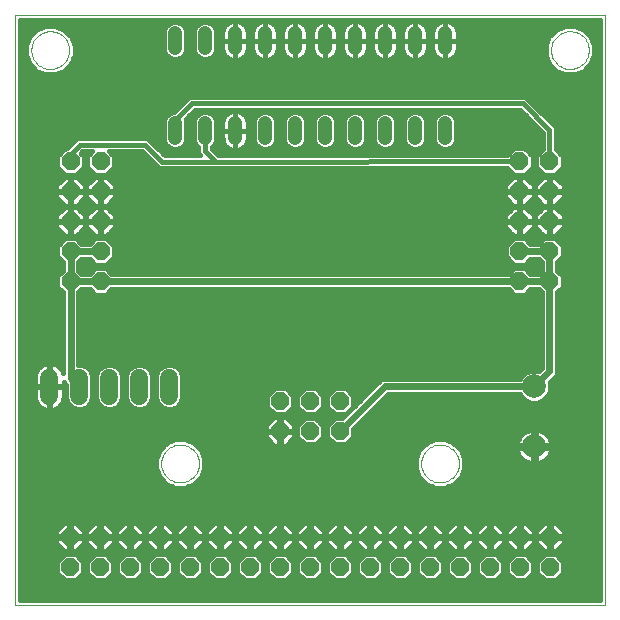
<source format=gtl>
G75*
G70*
%OFA0B0*%
%FSLAX24Y24*%
%IPPOS*%
%LPD*%
%AMOC8*
5,1,8,0,0,1.08239X$1,22.5*
%
%ADD10C,0.0000*%
%ADD11OC8,0.0600*%
%ADD12C,0.0480*%
%ADD13C,0.0600*%
%ADD14C,0.0787*%
%ADD15C,0.0160*%
%ADD16C,0.0240*%
D10*
X000377Y000377D02*
X020062Y000377D01*
X020062Y020062D01*
X000377Y020062D01*
X000377Y000377D01*
X005259Y005101D02*
X005261Y005151D01*
X005267Y005201D01*
X005277Y005250D01*
X005291Y005298D01*
X005308Y005345D01*
X005329Y005390D01*
X005354Y005434D01*
X005382Y005475D01*
X005414Y005514D01*
X005448Y005551D01*
X005485Y005585D01*
X005525Y005615D01*
X005567Y005642D01*
X005611Y005666D01*
X005657Y005687D01*
X005704Y005703D01*
X005752Y005716D01*
X005802Y005725D01*
X005851Y005730D01*
X005902Y005731D01*
X005952Y005728D01*
X006001Y005721D01*
X006050Y005710D01*
X006098Y005695D01*
X006144Y005677D01*
X006189Y005655D01*
X006232Y005629D01*
X006273Y005600D01*
X006312Y005568D01*
X006348Y005533D01*
X006380Y005495D01*
X006410Y005455D01*
X006437Y005412D01*
X006460Y005368D01*
X006479Y005322D01*
X006495Y005274D01*
X006507Y005225D01*
X006515Y005176D01*
X006519Y005126D01*
X006519Y005076D01*
X006515Y005026D01*
X006507Y004977D01*
X006495Y004928D01*
X006479Y004880D01*
X006460Y004834D01*
X006437Y004790D01*
X006410Y004747D01*
X006380Y004707D01*
X006348Y004669D01*
X006312Y004634D01*
X006273Y004602D01*
X006232Y004573D01*
X006189Y004547D01*
X006144Y004525D01*
X006098Y004507D01*
X006050Y004492D01*
X006001Y004481D01*
X005952Y004474D01*
X005902Y004471D01*
X005851Y004472D01*
X005802Y004477D01*
X005752Y004486D01*
X005704Y004499D01*
X005657Y004515D01*
X005611Y004536D01*
X005567Y004560D01*
X005525Y004587D01*
X005485Y004617D01*
X005448Y004651D01*
X005414Y004688D01*
X005382Y004727D01*
X005354Y004768D01*
X005329Y004812D01*
X005308Y004857D01*
X005291Y004904D01*
X005277Y004952D01*
X005267Y005001D01*
X005261Y005051D01*
X005259Y005101D01*
X013920Y005101D02*
X013922Y005151D01*
X013928Y005201D01*
X013938Y005250D01*
X013952Y005298D01*
X013969Y005345D01*
X013990Y005390D01*
X014015Y005434D01*
X014043Y005475D01*
X014075Y005514D01*
X014109Y005551D01*
X014146Y005585D01*
X014186Y005615D01*
X014228Y005642D01*
X014272Y005666D01*
X014318Y005687D01*
X014365Y005703D01*
X014413Y005716D01*
X014463Y005725D01*
X014512Y005730D01*
X014563Y005731D01*
X014613Y005728D01*
X014662Y005721D01*
X014711Y005710D01*
X014759Y005695D01*
X014805Y005677D01*
X014850Y005655D01*
X014893Y005629D01*
X014934Y005600D01*
X014973Y005568D01*
X015009Y005533D01*
X015041Y005495D01*
X015071Y005455D01*
X015098Y005412D01*
X015121Y005368D01*
X015140Y005322D01*
X015156Y005274D01*
X015168Y005225D01*
X015176Y005176D01*
X015180Y005126D01*
X015180Y005076D01*
X015176Y005026D01*
X015168Y004977D01*
X015156Y004928D01*
X015140Y004880D01*
X015121Y004834D01*
X015098Y004790D01*
X015071Y004747D01*
X015041Y004707D01*
X015009Y004669D01*
X014973Y004634D01*
X014934Y004602D01*
X014893Y004573D01*
X014850Y004547D01*
X014805Y004525D01*
X014759Y004507D01*
X014711Y004492D01*
X014662Y004481D01*
X014613Y004474D01*
X014563Y004471D01*
X014512Y004472D01*
X014463Y004477D01*
X014413Y004486D01*
X014365Y004499D01*
X014318Y004515D01*
X014272Y004536D01*
X014228Y004560D01*
X014186Y004587D01*
X014146Y004617D01*
X014109Y004651D01*
X014075Y004688D01*
X014043Y004727D01*
X014015Y004768D01*
X013990Y004812D01*
X013969Y004857D01*
X013952Y004904D01*
X013938Y004952D01*
X013928Y005001D01*
X013922Y005051D01*
X013920Y005101D01*
X018251Y018881D02*
X018253Y018931D01*
X018259Y018981D01*
X018269Y019030D01*
X018283Y019078D01*
X018300Y019125D01*
X018321Y019170D01*
X018346Y019214D01*
X018374Y019255D01*
X018406Y019294D01*
X018440Y019331D01*
X018477Y019365D01*
X018517Y019395D01*
X018559Y019422D01*
X018603Y019446D01*
X018649Y019467D01*
X018696Y019483D01*
X018744Y019496D01*
X018794Y019505D01*
X018843Y019510D01*
X018894Y019511D01*
X018944Y019508D01*
X018993Y019501D01*
X019042Y019490D01*
X019090Y019475D01*
X019136Y019457D01*
X019181Y019435D01*
X019224Y019409D01*
X019265Y019380D01*
X019304Y019348D01*
X019340Y019313D01*
X019372Y019275D01*
X019402Y019235D01*
X019429Y019192D01*
X019452Y019148D01*
X019471Y019102D01*
X019487Y019054D01*
X019499Y019005D01*
X019507Y018956D01*
X019511Y018906D01*
X019511Y018856D01*
X019507Y018806D01*
X019499Y018757D01*
X019487Y018708D01*
X019471Y018660D01*
X019452Y018614D01*
X019429Y018570D01*
X019402Y018527D01*
X019372Y018487D01*
X019340Y018449D01*
X019304Y018414D01*
X019265Y018382D01*
X019224Y018353D01*
X019181Y018327D01*
X019136Y018305D01*
X019090Y018287D01*
X019042Y018272D01*
X018993Y018261D01*
X018944Y018254D01*
X018894Y018251D01*
X018843Y018252D01*
X018794Y018257D01*
X018744Y018266D01*
X018696Y018279D01*
X018649Y018295D01*
X018603Y018316D01*
X018559Y018340D01*
X018517Y018367D01*
X018477Y018397D01*
X018440Y018431D01*
X018406Y018468D01*
X018374Y018507D01*
X018346Y018548D01*
X018321Y018592D01*
X018300Y018637D01*
X018283Y018684D01*
X018269Y018732D01*
X018259Y018781D01*
X018253Y018831D01*
X018251Y018881D01*
X000928Y018881D02*
X000930Y018931D01*
X000936Y018981D01*
X000946Y019030D01*
X000960Y019078D01*
X000977Y019125D01*
X000998Y019170D01*
X001023Y019214D01*
X001051Y019255D01*
X001083Y019294D01*
X001117Y019331D01*
X001154Y019365D01*
X001194Y019395D01*
X001236Y019422D01*
X001280Y019446D01*
X001326Y019467D01*
X001373Y019483D01*
X001421Y019496D01*
X001471Y019505D01*
X001520Y019510D01*
X001571Y019511D01*
X001621Y019508D01*
X001670Y019501D01*
X001719Y019490D01*
X001767Y019475D01*
X001813Y019457D01*
X001858Y019435D01*
X001901Y019409D01*
X001942Y019380D01*
X001981Y019348D01*
X002017Y019313D01*
X002049Y019275D01*
X002079Y019235D01*
X002106Y019192D01*
X002129Y019148D01*
X002148Y019102D01*
X002164Y019054D01*
X002176Y019005D01*
X002184Y018956D01*
X002188Y018906D01*
X002188Y018856D01*
X002184Y018806D01*
X002176Y018757D01*
X002164Y018708D01*
X002148Y018660D01*
X002129Y018614D01*
X002106Y018570D01*
X002079Y018527D01*
X002049Y018487D01*
X002017Y018449D01*
X001981Y018414D01*
X001942Y018382D01*
X001901Y018353D01*
X001858Y018327D01*
X001813Y018305D01*
X001767Y018287D01*
X001719Y018272D01*
X001670Y018261D01*
X001621Y018254D01*
X001571Y018251D01*
X001520Y018252D01*
X001471Y018257D01*
X001421Y018266D01*
X001373Y018279D01*
X001326Y018295D01*
X001280Y018316D01*
X001236Y018340D01*
X001194Y018367D01*
X001154Y018397D01*
X001117Y018431D01*
X001083Y018468D01*
X001051Y018507D01*
X001023Y018548D01*
X000998Y018592D01*
X000977Y018637D01*
X000960Y018684D01*
X000946Y018732D01*
X000936Y018781D01*
X000930Y018831D01*
X000928Y018881D01*
D11*
X002239Y015172D03*
X002239Y014172D03*
X002239Y013172D03*
X002239Y012172D03*
X002239Y011172D03*
X003239Y011172D03*
X003239Y012172D03*
X003239Y013172D03*
X003239Y014172D03*
X003239Y015172D03*
X009219Y007176D03*
X009219Y006176D03*
X010219Y006176D03*
X010219Y007176D03*
X011219Y007176D03*
X011219Y006176D03*
X011219Y002649D03*
X010219Y002649D03*
X009219Y002649D03*
X009219Y001649D03*
X008219Y001649D03*
X008219Y002649D03*
X007219Y002649D03*
X007219Y001649D03*
X006219Y001649D03*
X006219Y002649D03*
X005219Y002649D03*
X005219Y001649D03*
X004219Y001649D03*
X004219Y002649D03*
X003219Y002649D03*
X003219Y001649D03*
X002219Y001649D03*
X002219Y002649D03*
X010219Y001649D03*
X011219Y001649D03*
X012219Y001649D03*
X012219Y002649D03*
X013219Y002649D03*
X013219Y001649D03*
X014219Y001649D03*
X014219Y002649D03*
X015219Y002649D03*
X015219Y001649D03*
X016219Y001649D03*
X016219Y002649D03*
X017219Y002649D03*
X017219Y001649D03*
X018219Y001649D03*
X018219Y002649D03*
X018200Y011172D03*
X018200Y012172D03*
X018200Y013172D03*
X018200Y014172D03*
X018200Y015172D03*
X017200Y015172D03*
X017200Y014172D03*
X017200Y013172D03*
X017200Y012172D03*
X017200Y011172D03*
D12*
X014719Y015960D02*
X014719Y016440D01*
X013719Y016440D02*
X013719Y015960D01*
X012719Y015960D02*
X012719Y016440D01*
X011719Y016440D02*
X011719Y015960D01*
X010719Y015960D02*
X010719Y016440D01*
X009719Y016440D02*
X009719Y015960D01*
X008719Y015960D02*
X008719Y016440D01*
X007719Y016440D02*
X007719Y015960D01*
X006719Y015960D02*
X006719Y016440D01*
X005719Y016440D02*
X005719Y015960D01*
X005719Y018960D02*
X005719Y019440D01*
X006719Y019440D02*
X006719Y018960D01*
X007719Y018960D02*
X007719Y019440D01*
X008719Y019440D02*
X008719Y018960D01*
X009719Y018960D02*
X009719Y019440D01*
X010719Y019440D02*
X010719Y018960D01*
X011719Y018960D02*
X011719Y019440D01*
X012719Y019440D02*
X012719Y018960D01*
X013719Y018960D02*
X013719Y019440D01*
X014719Y019440D02*
X014719Y018960D01*
D13*
X005526Y007960D02*
X005526Y007360D01*
X004526Y007360D02*
X004526Y007960D01*
X003526Y007960D02*
X003526Y007360D01*
X002526Y007360D02*
X002526Y007960D01*
X001526Y007960D02*
X001526Y007360D01*
D14*
X017690Y007668D03*
X017690Y005668D03*
D15*
X017738Y005716D02*
X017642Y005716D01*
X017642Y006241D01*
X017555Y006227D01*
X017470Y006199D01*
X017389Y006158D01*
X017316Y006105D01*
X017252Y006041D01*
X017199Y005968D01*
X017158Y005888D01*
X017130Y005802D01*
X017117Y005716D01*
X017642Y005716D01*
X017642Y005620D01*
X017117Y005620D01*
X017130Y005533D01*
X017158Y005448D01*
X017199Y005367D01*
X017252Y005294D01*
X017316Y005230D01*
X017389Y005177D01*
X017470Y005136D01*
X017555Y005108D01*
X017642Y005094D01*
X017642Y005620D01*
X017738Y005620D01*
X017738Y005716D01*
X017738Y006241D01*
X017824Y006227D01*
X017910Y006199D01*
X017991Y006158D01*
X018064Y006105D01*
X018127Y006041D01*
X018181Y005968D01*
X018222Y005888D01*
X018249Y005802D01*
X018263Y005716D01*
X017738Y005716D01*
X017738Y005766D02*
X017642Y005766D01*
X017642Y005924D02*
X017738Y005924D01*
X017738Y006083D02*
X017642Y006083D01*
X017294Y006083D02*
X011659Y006083D01*
X011659Y005994D02*
X011659Y006248D01*
X012819Y007408D01*
X017220Y007408D01*
X017237Y007365D01*
X017388Y007215D01*
X017584Y007134D01*
X017796Y007134D01*
X017992Y007215D01*
X018142Y007365D01*
X018224Y007562D01*
X018224Y007774D01*
X018206Y007816D01*
X018347Y007957D01*
X018420Y008030D01*
X018460Y008126D01*
X018460Y010810D01*
X018640Y010990D01*
X018640Y011354D01*
X018460Y011534D01*
X018460Y011810D01*
X018640Y011990D01*
X018640Y012354D01*
X018382Y012612D01*
X018017Y012612D01*
X017837Y012432D01*
X017562Y012432D01*
X017382Y012612D01*
X017017Y012612D01*
X016760Y012354D01*
X016760Y011990D01*
X017017Y011732D01*
X017382Y011732D01*
X017562Y011912D01*
X017837Y011912D01*
X017940Y011810D01*
X017940Y011534D01*
X017837Y011432D01*
X017562Y011432D01*
X017382Y011612D01*
X017017Y011612D01*
X016837Y011432D01*
X003601Y011432D01*
X003421Y011612D01*
X003057Y011612D01*
X002877Y011432D01*
X002601Y011432D01*
X002499Y011534D01*
X002499Y011810D01*
X002601Y011912D01*
X002877Y011912D01*
X003057Y011732D01*
X003421Y011732D01*
X003679Y011990D01*
X003679Y012354D01*
X003421Y012612D01*
X003057Y012612D01*
X002877Y012432D01*
X002601Y012432D01*
X002421Y012612D01*
X002057Y012612D01*
X001799Y012354D01*
X001799Y011990D01*
X001979Y011810D01*
X001979Y011534D01*
X001799Y011354D01*
X001799Y010990D01*
X001979Y010810D01*
X001979Y008121D01*
X001971Y008145D01*
X001937Y008212D01*
X001893Y008273D01*
X001839Y008326D01*
X001778Y008371D01*
X001711Y008405D01*
X001639Y008428D01*
X001564Y008440D01*
X001546Y008440D01*
X001546Y007680D01*
X001506Y007680D01*
X001506Y007640D01*
X001046Y007640D01*
X001046Y007323D01*
X001058Y007248D01*
X001082Y007176D01*
X001116Y007109D01*
X001160Y007048D01*
X001214Y006994D01*
X001275Y006950D01*
X001342Y006915D01*
X001414Y006892D01*
X001489Y006880D01*
X001506Y006880D01*
X001506Y007640D01*
X001546Y007640D01*
X001546Y006880D01*
X001564Y006880D01*
X001639Y006892D01*
X001711Y006915D01*
X001778Y006950D01*
X001839Y006994D01*
X001893Y007048D01*
X001937Y007109D01*
X001971Y007176D01*
X001995Y007248D01*
X002006Y007323D01*
X002006Y007640D01*
X001546Y007640D01*
X001546Y007680D01*
X002006Y007680D01*
X002006Y007830D01*
X002019Y007800D01*
X002086Y007733D01*
X002086Y007273D01*
X002153Y007111D01*
X002277Y006987D01*
X002439Y006920D01*
X002614Y006920D01*
X002776Y006987D01*
X002899Y007111D01*
X002966Y007273D01*
X002966Y008048D01*
X002899Y008210D01*
X002776Y008333D01*
X002614Y008400D01*
X002499Y008400D01*
X002499Y010810D01*
X002601Y010912D01*
X002877Y010912D01*
X003057Y010732D01*
X003421Y010732D01*
X003601Y010912D01*
X016837Y010912D01*
X017017Y010732D01*
X017382Y010732D01*
X017562Y010912D01*
X017837Y010912D01*
X017940Y010810D01*
X017940Y008285D01*
X017838Y008184D01*
X017796Y008201D01*
X017584Y008201D01*
X017388Y008120D01*
X017237Y007970D01*
X017220Y007928D01*
X012659Y007928D01*
X012564Y007888D01*
X012491Y007815D01*
X011292Y006616D01*
X011037Y006616D01*
X010779Y006358D01*
X010779Y005994D01*
X011037Y005736D01*
X011402Y005736D01*
X011659Y005994D01*
X011590Y005924D02*
X017177Y005924D01*
X017125Y005766D02*
X015031Y005766D01*
X015009Y005788D02*
X014711Y005911D01*
X014389Y005911D01*
X014091Y005788D01*
X013863Y005560D01*
X013740Y005262D01*
X013740Y004940D01*
X013863Y004642D01*
X014091Y004415D01*
X014389Y004291D01*
X014711Y004291D01*
X015009Y004415D01*
X015237Y004642D01*
X015360Y004940D01*
X015360Y005262D01*
X015237Y005560D01*
X015009Y005788D01*
X015189Y005607D02*
X017119Y005607D01*
X017158Y005449D02*
X015283Y005449D01*
X015348Y005290D02*
X017256Y005290D01*
X017483Y005132D02*
X015360Y005132D01*
X015360Y004973D02*
X019882Y004973D01*
X019882Y004815D02*
X015308Y004815D01*
X015242Y004656D02*
X019882Y004656D01*
X019882Y004498D02*
X015092Y004498D01*
X014827Y004339D02*
X019882Y004339D01*
X019882Y004181D02*
X000557Y004181D01*
X000557Y004339D02*
X005612Y004339D01*
X005728Y004291D02*
X006050Y004291D01*
X006347Y004415D01*
X006575Y004642D01*
X006699Y004940D01*
X006699Y005262D01*
X006575Y005560D01*
X006347Y005788D01*
X006050Y005911D01*
X005728Y005911D01*
X005430Y005788D01*
X005202Y005560D01*
X005079Y005262D01*
X005079Y004940D01*
X005202Y004642D01*
X005430Y004415D01*
X005728Y004291D01*
X005347Y004498D02*
X000557Y004498D01*
X000557Y004656D02*
X005196Y004656D01*
X005131Y004815D02*
X000557Y004815D01*
X000557Y004973D02*
X005079Y004973D01*
X005079Y005132D02*
X000557Y005132D01*
X000557Y005290D02*
X005090Y005290D01*
X005156Y005449D02*
X000557Y005449D01*
X000557Y005607D02*
X005249Y005607D01*
X005408Y005766D02*
X000557Y005766D01*
X000557Y005924D02*
X008792Y005924D01*
X008739Y005977D02*
X009021Y005696D01*
X009199Y005696D01*
X009199Y006156D01*
X008739Y006156D01*
X008739Y005977D01*
X008739Y006083D02*
X000557Y006083D01*
X000557Y006241D02*
X008739Y006241D01*
X008739Y006196D02*
X009199Y006196D01*
X009199Y006156D01*
X009239Y006156D01*
X009239Y005696D01*
X009418Y005696D01*
X009699Y005977D01*
X009699Y006156D01*
X009239Y006156D01*
X009239Y006196D01*
X009199Y006196D01*
X009199Y006656D01*
X009021Y006656D01*
X008739Y006375D01*
X008739Y006196D01*
X008764Y006400D02*
X000557Y006400D01*
X000557Y006558D02*
X008923Y006558D01*
X009037Y006736D02*
X009402Y006736D01*
X009659Y006994D01*
X009659Y007358D01*
X009402Y007616D01*
X009037Y007616D01*
X008779Y007358D01*
X008779Y006994D01*
X009037Y006736D01*
X008898Y006875D02*
X000557Y006875D01*
X000557Y006717D02*
X011392Y006717D01*
X011402Y006736D02*
X011659Y006994D01*
X011659Y007358D01*
X011402Y007616D01*
X011037Y007616D01*
X010779Y007358D01*
X010779Y006994D01*
X011037Y006736D01*
X011402Y006736D01*
X011541Y006875D02*
X011551Y006875D01*
X011659Y007034D02*
X011709Y007034D01*
X011659Y007192D02*
X011868Y007192D01*
X012026Y007351D02*
X011659Y007351D01*
X011508Y007509D02*
X012185Y007509D01*
X012343Y007668D02*
X005966Y007668D01*
X005966Y007826D02*
X012502Y007826D01*
X012762Y007351D02*
X017252Y007351D01*
X017443Y007192D02*
X012603Y007192D01*
X012445Y007034D02*
X019882Y007034D01*
X019882Y007192D02*
X017937Y007192D01*
X018128Y007351D02*
X019882Y007351D01*
X019882Y007509D02*
X018202Y007509D01*
X018224Y007668D02*
X019882Y007668D01*
X019882Y007826D02*
X018216Y007826D01*
X018375Y007985D02*
X019882Y007985D01*
X019882Y008143D02*
X018460Y008143D01*
X018460Y008302D02*
X019882Y008302D01*
X019882Y008460D02*
X018460Y008460D01*
X018460Y008619D02*
X019882Y008619D01*
X019882Y008777D02*
X018460Y008777D01*
X018460Y008936D02*
X019882Y008936D01*
X019882Y009094D02*
X018460Y009094D01*
X018460Y009253D02*
X019882Y009253D01*
X019882Y009411D02*
X018460Y009411D01*
X018460Y009570D02*
X019882Y009570D01*
X019882Y009728D02*
X018460Y009728D01*
X018460Y009887D02*
X019882Y009887D01*
X019882Y010045D02*
X018460Y010045D01*
X018460Y010204D02*
X019882Y010204D01*
X019882Y010362D02*
X018460Y010362D01*
X018460Y010521D02*
X019882Y010521D01*
X019882Y010679D02*
X018460Y010679D01*
X018488Y010838D02*
X019882Y010838D01*
X019882Y010996D02*
X018640Y010996D01*
X018640Y011155D02*
X019882Y011155D01*
X019882Y011313D02*
X018640Y011313D01*
X018522Y011472D02*
X019882Y011472D01*
X019882Y011630D02*
X018460Y011630D01*
X018460Y011789D02*
X019882Y011789D01*
X019882Y011947D02*
X018597Y011947D01*
X018640Y012106D02*
X019882Y012106D01*
X019882Y012264D02*
X018640Y012264D01*
X018571Y012423D02*
X019882Y012423D01*
X019882Y012581D02*
X018413Y012581D01*
X018399Y012692D02*
X018220Y012692D01*
X018220Y013152D01*
X018220Y013192D01*
X018680Y013192D01*
X018680Y013371D01*
X018399Y013652D01*
X018220Y013652D01*
X018220Y013192D01*
X018180Y013192D01*
X018180Y013652D01*
X018001Y013652D01*
X017720Y013371D01*
X017720Y013192D01*
X018180Y013192D01*
X018180Y013152D01*
X018220Y013152D01*
X018680Y013152D01*
X018680Y012973D01*
X018399Y012692D01*
X018446Y012740D02*
X019882Y012740D01*
X019882Y012898D02*
X018605Y012898D01*
X018680Y013057D02*
X019882Y013057D01*
X019882Y013215D02*
X018680Y013215D01*
X018677Y013374D02*
X019882Y013374D01*
X019882Y013532D02*
X018518Y013532D01*
X018399Y013692D02*
X018680Y013973D01*
X018680Y014152D01*
X018220Y014152D01*
X018220Y014192D01*
X018680Y014192D01*
X018680Y014371D01*
X018399Y014652D01*
X018220Y014652D01*
X018220Y014192D01*
X018180Y014192D01*
X018180Y014652D01*
X018001Y014652D01*
X017720Y014371D01*
X017720Y014192D01*
X018180Y014192D01*
X018180Y014152D01*
X018220Y014152D01*
X018220Y013692D01*
X018399Y013692D01*
X018556Y013849D02*
X019882Y013849D01*
X019882Y013691D02*
X000557Y013691D01*
X000557Y013849D02*
X001883Y013849D01*
X001759Y013973D02*
X002040Y013692D01*
X002219Y013692D01*
X002219Y014152D01*
X002259Y014152D01*
X002259Y013692D01*
X002438Y013692D01*
X002719Y013973D01*
X002719Y014152D01*
X002259Y014152D01*
X002259Y014192D01*
X002719Y014192D01*
X002719Y014371D01*
X002438Y014652D01*
X002259Y014652D01*
X002259Y014192D01*
X002219Y014192D01*
X002219Y014152D01*
X001759Y014152D01*
X001759Y013973D01*
X001759Y014008D02*
X000557Y014008D01*
X000557Y014166D02*
X002219Y014166D01*
X002219Y014192D02*
X001759Y014192D01*
X001759Y014371D01*
X002040Y014652D01*
X002219Y014652D01*
X002219Y014192D01*
X002259Y014166D02*
X003219Y014166D01*
X003219Y014152D02*
X002759Y014152D01*
X002759Y013973D01*
X003040Y013692D01*
X003219Y013692D01*
X003219Y014152D01*
X003259Y014152D01*
X003259Y013692D01*
X003438Y013692D01*
X003719Y013973D01*
X003719Y014152D01*
X003259Y014152D01*
X003259Y014192D01*
X003719Y014192D01*
X003719Y014371D01*
X003438Y014652D01*
X003259Y014652D01*
X003259Y014192D01*
X003219Y014192D01*
X003219Y014152D01*
X003219Y014192D02*
X002759Y014192D01*
X002759Y014371D01*
X003040Y014652D01*
X003219Y014652D01*
X003219Y014192D01*
X003259Y014166D02*
X017180Y014166D01*
X017180Y014152D02*
X016720Y014152D01*
X016720Y013973D01*
X017001Y013692D01*
X017180Y013692D01*
X017180Y014152D01*
X017220Y014152D01*
X017220Y014192D01*
X017680Y014192D01*
X017680Y014371D01*
X017399Y014652D01*
X017220Y014652D01*
X017220Y014192D01*
X017180Y014192D01*
X017180Y014652D01*
X017001Y014652D01*
X016720Y014371D01*
X016720Y014192D01*
X017180Y014192D01*
X017180Y014152D01*
X017220Y014152D02*
X017220Y013692D01*
X017399Y013692D01*
X017680Y013973D01*
X017680Y014152D01*
X017220Y014152D01*
X017220Y014166D02*
X018180Y014166D01*
X018180Y014152D02*
X017720Y014152D01*
X017720Y013973D01*
X018001Y013692D01*
X018180Y013692D01*
X018180Y014152D01*
X018220Y014166D02*
X019882Y014166D01*
X019882Y014008D02*
X018680Y014008D01*
X018680Y014325D02*
X019882Y014325D01*
X019882Y014483D02*
X018567Y014483D01*
X018409Y014642D02*
X019882Y014642D01*
X019882Y014800D02*
X018450Y014800D01*
X018382Y014732D02*
X018640Y014990D01*
X018640Y015354D01*
X018420Y015574D01*
X018420Y016307D01*
X017397Y017329D01*
X006191Y017329D01*
X005682Y016820D01*
X005644Y016820D01*
X005504Y016762D01*
X005397Y016655D01*
X005339Y016515D01*
X005339Y015884D01*
X005397Y015744D01*
X005504Y015638D01*
X005644Y015580D01*
X005795Y015580D01*
X005935Y015638D01*
X006042Y015744D01*
X006099Y015884D01*
X006099Y016515D01*
X006070Y016586D01*
X006373Y016889D01*
X017215Y016889D01*
X017980Y016124D01*
X017980Y015574D01*
X017760Y015354D01*
X017760Y014990D01*
X018017Y014732D01*
X018382Y014732D01*
X018220Y014642D02*
X018180Y014642D01*
X018180Y014483D02*
X018220Y014483D01*
X018220Y014325D02*
X018180Y014325D01*
X017991Y014642D02*
X017409Y014642D01*
X017382Y014732D02*
X017640Y014990D01*
X017640Y015354D01*
X017382Y015612D01*
X017017Y015612D01*
X016797Y015391D01*
X007161Y015377D01*
X006939Y015598D01*
X006939Y015642D01*
X007042Y015744D01*
X007099Y015884D01*
X007099Y016515D01*
X007042Y016655D01*
X006935Y016762D01*
X006795Y016820D01*
X006644Y016820D01*
X006504Y016762D01*
X006397Y016655D01*
X006339Y016515D01*
X006339Y015884D01*
X006397Y015744D01*
X006499Y015642D01*
X006499Y015416D01*
X006539Y015376D01*
X005373Y015376D01*
X004928Y015822D01*
X004928Y015822D01*
X004799Y015951D01*
X002451Y015951D01*
X002322Y015822D01*
X002112Y015612D01*
X002057Y015612D01*
X001799Y015354D01*
X001799Y014990D01*
X002057Y014732D01*
X002421Y014732D01*
X002679Y014990D01*
X002679Y015354D01*
X002578Y015456D01*
X002633Y015511D01*
X002956Y015511D01*
X002799Y015354D01*
X002799Y014990D01*
X003057Y014732D01*
X003421Y014732D01*
X003679Y014990D01*
X003679Y015354D01*
X003522Y015511D01*
X004616Y015511D01*
X005191Y014936D01*
X006979Y014936D01*
X007070Y014936D01*
X007161Y014936D01*
X007161Y014937D01*
X016798Y014952D01*
X017017Y014732D01*
X017382Y014732D01*
X017450Y014800D02*
X017949Y014800D01*
X017791Y014959D02*
X017609Y014959D01*
X017640Y015117D02*
X017760Y015117D01*
X017760Y015276D02*
X017640Y015276D01*
X017560Y015434D02*
X017840Y015434D01*
X017980Y015593D02*
X017401Y015593D01*
X016998Y015593D02*
X014827Y015593D01*
X014795Y015580D02*
X014935Y015638D01*
X015042Y015744D01*
X015099Y015884D01*
X015099Y016515D01*
X015042Y016655D01*
X014935Y016762D01*
X014795Y016820D01*
X014644Y016820D01*
X014504Y016762D01*
X014397Y016655D01*
X014339Y016515D01*
X014339Y015884D01*
X014397Y015744D01*
X014504Y015638D01*
X014644Y015580D01*
X014795Y015580D01*
X014612Y015593D02*
X013827Y015593D01*
X013795Y015580D02*
X013935Y015638D01*
X014042Y015744D01*
X014099Y015884D01*
X014099Y016515D01*
X014042Y016655D01*
X013935Y016762D01*
X013795Y016820D01*
X013644Y016820D01*
X013504Y016762D01*
X013397Y016655D01*
X013339Y016515D01*
X013339Y015884D01*
X013397Y015744D01*
X013504Y015638D01*
X013644Y015580D01*
X013795Y015580D01*
X013612Y015593D02*
X012827Y015593D01*
X012795Y015580D02*
X012935Y015638D01*
X013042Y015744D01*
X013099Y015884D01*
X013099Y016515D01*
X013042Y016655D01*
X012935Y016762D01*
X012795Y016820D01*
X012644Y016820D01*
X012504Y016762D01*
X012397Y016655D01*
X012339Y016515D01*
X012339Y015884D01*
X012397Y015744D01*
X012504Y015638D01*
X012644Y015580D01*
X012795Y015580D01*
X012612Y015593D02*
X011827Y015593D01*
X011795Y015580D02*
X011935Y015638D01*
X012042Y015744D01*
X012099Y015884D01*
X012099Y016515D01*
X012042Y016655D01*
X011935Y016762D01*
X011795Y016820D01*
X011644Y016820D01*
X011504Y016762D01*
X011397Y016655D01*
X011339Y016515D01*
X011339Y015884D01*
X011397Y015744D01*
X011504Y015638D01*
X011644Y015580D01*
X011795Y015580D01*
X011612Y015593D02*
X010827Y015593D01*
X010795Y015580D02*
X010935Y015638D01*
X011042Y015744D01*
X011099Y015884D01*
X011099Y016515D01*
X011042Y016655D01*
X010935Y016762D01*
X010795Y016820D01*
X010644Y016820D01*
X010504Y016762D01*
X010397Y016655D01*
X010339Y016515D01*
X010339Y015884D01*
X010397Y015744D01*
X010504Y015638D01*
X010644Y015580D01*
X010795Y015580D01*
X010612Y015593D02*
X009827Y015593D01*
X009795Y015580D02*
X009935Y015638D01*
X010042Y015744D01*
X010099Y015884D01*
X010099Y016515D01*
X010042Y016655D01*
X009935Y016762D01*
X009795Y016820D01*
X009644Y016820D01*
X009504Y016762D01*
X009397Y016655D01*
X009339Y016515D01*
X009339Y015884D01*
X009397Y015744D01*
X009504Y015638D01*
X009644Y015580D01*
X009795Y015580D01*
X009612Y015593D02*
X008827Y015593D01*
X008795Y015580D02*
X008935Y015638D01*
X009042Y015744D01*
X009099Y015884D01*
X009099Y016515D01*
X009042Y016655D01*
X008935Y016762D01*
X008795Y016820D01*
X008644Y016820D01*
X008504Y016762D01*
X008397Y016655D01*
X008339Y016515D01*
X008339Y015884D01*
X008397Y015744D01*
X008504Y015638D01*
X008644Y015580D01*
X008795Y015580D01*
X008612Y015593D02*
X007925Y015593D01*
X007939Y015600D02*
X007993Y015639D01*
X008040Y015686D01*
X008079Y015740D01*
X008109Y015798D01*
X008129Y015861D01*
X008139Y015927D01*
X008139Y016200D01*
X008139Y016473D01*
X008129Y016538D01*
X008109Y016601D01*
X008079Y016660D01*
X008040Y016713D01*
X007993Y016760D01*
X007939Y016799D01*
X007881Y016829D01*
X007818Y016849D01*
X007752Y016860D01*
X007719Y016860D01*
X007686Y016860D01*
X007621Y016849D01*
X007558Y016829D01*
X007499Y016799D01*
X007446Y016760D01*
X007399Y016713D01*
X007360Y016660D01*
X007330Y016601D01*
X007310Y016538D01*
X007299Y016473D01*
X007299Y016200D01*
X007719Y016200D01*
X007719Y016200D01*
X007719Y016860D01*
X007719Y016200D01*
X007719Y016200D01*
X007299Y016200D01*
X007299Y015927D01*
X007310Y015861D01*
X007330Y015798D01*
X007360Y015740D01*
X007399Y015686D01*
X007446Y015639D01*
X007499Y015600D01*
X007558Y015570D01*
X007621Y015550D01*
X007686Y015540D01*
X007719Y015540D01*
X007719Y016200D01*
X007719Y016200D01*
X008139Y016200D01*
X007719Y016200D01*
X007719Y016200D01*
X007719Y015540D01*
X007752Y015540D01*
X007818Y015550D01*
X007881Y015570D01*
X007939Y015600D01*
X008085Y015751D02*
X008394Y015751D01*
X008339Y015910D02*
X008137Y015910D01*
X008139Y016068D02*
X008339Y016068D01*
X008339Y016227D02*
X008139Y016227D01*
X008139Y016385D02*
X008339Y016385D01*
X008351Y016544D02*
X008127Y016544D01*
X008048Y016702D02*
X008445Y016702D01*
X008994Y016702D02*
X009445Y016702D01*
X009351Y016544D02*
X009088Y016544D01*
X009099Y016385D02*
X009339Y016385D01*
X009339Y016227D02*
X009099Y016227D01*
X009099Y016068D02*
X009339Y016068D01*
X009339Y015910D02*
X009099Y015910D01*
X009044Y015751D02*
X009394Y015751D01*
X010044Y015751D02*
X010394Y015751D01*
X010339Y015910D02*
X010099Y015910D01*
X010099Y016068D02*
X010339Y016068D01*
X010339Y016227D02*
X010099Y016227D01*
X010099Y016385D02*
X010339Y016385D01*
X010351Y016544D02*
X010088Y016544D01*
X009994Y016702D02*
X010445Y016702D01*
X010994Y016702D02*
X011445Y016702D01*
X011351Y016544D02*
X011088Y016544D01*
X011099Y016385D02*
X011339Y016385D01*
X011339Y016227D02*
X011099Y016227D01*
X011099Y016068D02*
X011339Y016068D01*
X011339Y015910D02*
X011099Y015910D01*
X011044Y015751D02*
X011394Y015751D01*
X012044Y015751D02*
X012394Y015751D01*
X012339Y015910D02*
X012099Y015910D01*
X012099Y016068D02*
X012339Y016068D01*
X012339Y016227D02*
X012099Y016227D01*
X012099Y016385D02*
X012339Y016385D01*
X012351Y016544D02*
X012088Y016544D01*
X011994Y016702D02*
X012445Y016702D01*
X012994Y016702D02*
X013445Y016702D01*
X013351Y016544D02*
X013088Y016544D01*
X013099Y016385D02*
X013339Y016385D01*
X013339Y016227D02*
X013099Y016227D01*
X013099Y016068D02*
X013339Y016068D01*
X013339Y015910D02*
X013099Y015910D01*
X013044Y015751D02*
X013394Y015751D01*
X014044Y015751D02*
X014394Y015751D01*
X014339Y015910D02*
X014099Y015910D01*
X014099Y016068D02*
X014339Y016068D01*
X014339Y016227D02*
X014099Y016227D01*
X014099Y016385D02*
X014339Y016385D01*
X014351Y016544D02*
X014088Y016544D01*
X013994Y016702D02*
X014445Y016702D01*
X014994Y016702D02*
X017402Y016702D01*
X017560Y016544D02*
X015088Y016544D01*
X015099Y016385D02*
X017719Y016385D01*
X017877Y016227D02*
X015099Y016227D01*
X015099Y016068D02*
X017980Y016068D01*
X017980Y015910D02*
X015099Y015910D01*
X015044Y015751D02*
X017980Y015751D01*
X018200Y016215D02*
X017306Y017109D01*
X006282Y017109D01*
X005719Y016546D01*
X005719Y016200D01*
X005339Y016227D02*
X000557Y016227D01*
X000557Y016385D02*
X005339Y016385D01*
X005351Y016544D02*
X000557Y016544D01*
X000557Y016702D02*
X005445Y016702D01*
X005723Y016861D02*
X000557Y016861D01*
X000557Y017019D02*
X005881Y017019D01*
X006040Y017178D02*
X000557Y017178D01*
X000557Y017336D02*
X019882Y017336D01*
X019882Y017178D02*
X017548Y017178D01*
X017707Y017019D02*
X019882Y017019D01*
X019882Y016861D02*
X017865Y016861D01*
X018024Y016702D02*
X019882Y016702D01*
X019882Y016544D02*
X018182Y016544D01*
X018341Y016385D02*
X019882Y016385D01*
X019882Y016227D02*
X018420Y016227D01*
X018420Y016068D02*
X019882Y016068D01*
X019882Y015910D02*
X018420Y015910D01*
X018420Y015751D02*
X019882Y015751D01*
X019882Y015593D02*
X018420Y015593D01*
X018560Y015434D02*
X019882Y015434D01*
X019882Y015276D02*
X018640Y015276D01*
X018640Y015117D02*
X019882Y015117D01*
X019882Y014959D02*
X018609Y014959D01*
X018200Y015172D02*
X018200Y016215D01*
X017243Y016861D02*
X006345Y016861D01*
X006445Y016702D02*
X006187Y016702D01*
X006088Y016544D02*
X006351Y016544D01*
X006339Y016385D02*
X006099Y016385D01*
X006099Y016227D02*
X006339Y016227D01*
X006339Y016068D02*
X006099Y016068D01*
X006099Y015910D02*
X006339Y015910D01*
X006394Y015751D02*
X006044Y015751D01*
X005827Y015593D02*
X006499Y015593D01*
X006499Y015434D02*
X005315Y015434D01*
X005157Y015593D02*
X005612Y015593D01*
X005394Y015751D02*
X004998Y015751D01*
X004840Y015910D02*
X005339Y015910D01*
X005339Y016068D02*
X000557Y016068D01*
X000557Y015910D02*
X002410Y015910D01*
X002542Y015731D02*
X004708Y015731D01*
X005282Y015156D01*
X007070Y015156D01*
X006719Y015507D01*
X006719Y016200D01*
X007099Y016227D02*
X007299Y016227D01*
X007299Y016385D02*
X007099Y016385D01*
X007088Y016544D02*
X007312Y016544D01*
X007391Y016702D02*
X006994Y016702D01*
X007099Y016068D02*
X007299Y016068D01*
X007302Y015910D02*
X007099Y015910D01*
X007044Y015751D02*
X007354Y015751D01*
X007514Y015593D02*
X006944Y015593D01*
X007103Y015434D02*
X016840Y015434D01*
X017200Y015172D02*
X007070Y015156D01*
X006979Y014936D02*
X006979Y014936D01*
X007719Y015593D02*
X007719Y015593D01*
X007719Y015751D02*
X007719Y015751D01*
X007719Y015910D02*
X007719Y015910D01*
X007719Y016068D02*
X007719Y016068D01*
X007719Y016227D02*
X007719Y016227D01*
X007719Y016385D02*
X007719Y016385D01*
X007719Y016544D02*
X007719Y016544D01*
X007719Y016702D02*
X007719Y016702D01*
X007719Y018540D02*
X007719Y019200D01*
X007719Y019200D01*
X007299Y019200D01*
X007299Y019473D01*
X007310Y019538D01*
X007330Y019601D01*
X007360Y019660D01*
X007399Y019713D01*
X007446Y019760D01*
X007499Y019799D01*
X007558Y019829D01*
X007621Y019849D01*
X007686Y019860D01*
X007719Y019860D01*
X007719Y019200D01*
X007719Y019200D01*
X007299Y019200D01*
X007299Y018927D01*
X007310Y018861D01*
X007330Y018798D01*
X007360Y018740D01*
X007399Y018686D01*
X007446Y018639D01*
X007499Y018600D01*
X007558Y018570D01*
X007621Y018550D01*
X007686Y018540D01*
X007719Y018540D01*
X007752Y018540D01*
X007818Y018550D01*
X007881Y018570D01*
X007939Y018600D01*
X007993Y018639D01*
X008040Y018686D01*
X008079Y018740D01*
X008109Y018798D01*
X008129Y018861D01*
X008139Y018927D01*
X008139Y019200D01*
X008139Y019473D01*
X008129Y019538D01*
X008109Y019601D01*
X008079Y019660D01*
X008040Y019713D01*
X007993Y019760D01*
X007939Y019799D01*
X007881Y019829D01*
X007818Y019849D01*
X007752Y019860D01*
X007719Y019860D01*
X007719Y019200D01*
X007719Y019200D01*
X008139Y019200D01*
X007719Y019200D01*
X007719Y019200D01*
X007719Y018540D01*
X007719Y018604D02*
X007719Y018604D01*
X007719Y018763D02*
X007719Y018763D01*
X007719Y018921D02*
X007719Y018921D01*
X007719Y019080D02*
X007719Y019080D01*
X007719Y019238D02*
X007719Y019238D01*
X007719Y019397D02*
X007719Y019397D01*
X007719Y019555D02*
X007719Y019555D01*
X007719Y019714D02*
X007719Y019714D01*
X007400Y019714D02*
X006983Y019714D01*
X006935Y019762D02*
X007042Y019655D01*
X007099Y019515D01*
X007099Y018884D01*
X007042Y018744D01*
X006935Y018638D01*
X006795Y018580D01*
X006644Y018580D01*
X006504Y018638D01*
X006397Y018744D01*
X006339Y018884D01*
X006339Y019515D01*
X006397Y019655D01*
X006504Y019762D01*
X006644Y019820D01*
X006795Y019820D01*
X006935Y019762D01*
X007083Y019555D02*
X007315Y019555D01*
X007299Y019397D02*
X007099Y019397D01*
X007099Y019238D02*
X007299Y019238D01*
X007299Y019080D02*
X007099Y019080D01*
X007099Y018921D02*
X007300Y018921D01*
X007348Y018763D02*
X007049Y018763D01*
X006855Y018604D02*
X007494Y018604D01*
X007945Y018604D02*
X008494Y018604D01*
X008499Y018600D02*
X008558Y018570D01*
X008621Y018550D01*
X008686Y018540D01*
X008719Y018540D01*
X008719Y019200D01*
X008719Y019200D01*
X008299Y019200D01*
X008299Y019473D01*
X008310Y019538D01*
X008330Y019601D01*
X008360Y019660D01*
X008399Y019713D01*
X008446Y019760D01*
X008499Y019799D01*
X008558Y019829D01*
X008621Y019849D01*
X008686Y019860D01*
X008719Y019860D01*
X008719Y019200D01*
X008719Y019200D01*
X008299Y019200D01*
X008299Y018927D01*
X008310Y018861D01*
X008330Y018798D01*
X008360Y018740D01*
X008399Y018686D01*
X008446Y018639D01*
X008499Y018600D01*
X008719Y018604D02*
X008719Y018604D01*
X008719Y018540D02*
X008752Y018540D01*
X008818Y018550D01*
X008881Y018570D01*
X008939Y018600D01*
X008993Y018639D01*
X009040Y018686D01*
X009079Y018740D01*
X009109Y018798D01*
X009129Y018861D01*
X009139Y018927D01*
X009139Y019200D01*
X009139Y019473D01*
X009129Y019538D01*
X009109Y019601D01*
X009079Y019660D01*
X009040Y019713D01*
X008993Y019760D01*
X008939Y019799D01*
X008881Y019829D01*
X008818Y019849D01*
X008752Y019860D01*
X008719Y019860D01*
X008719Y019200D01*
X008719Y019200D01*
X009139Y019200D01*
X008719Y019200D01*
X008719Y019200D01*
X008719Y018540D01*
X008719Y018763D02*
X008719Y018763D01*
X008719Y018921D02*
X008719Y018921D01*
X008719Y019080D02*
X008719Y019080D01*
X008719Y019238D02*
X008719Y019238D01*
X008719Y019397D02*
X008719Y019397D01*
X008719Y019555D02*
X008719Y019555D01*
X008719Y019714D02*
X008719Y019714D01*
X008400Y019714D02*
X008039Y019714D01*
X008123Y019555D02*
X008315Y019555D01*
X008299Y019397D02*
X008139Y019397D01*
X008139Y019238D02*
X008299Y019238D01*
X008299Y019080D02*
X008139Y019080D01*
X008139Y018921D02*
X008300Y018921D01*
X008348Y018763D02*
X008090Y018763D01*
X008945Y018604D02*
X009494Y018604D01*
X009499Y018600D02*
X009558Y018570D01*
X009621Y018550D01*
X009686Y018540D01*
X009719Y018540D01*
X009719Y019200D01*
X009719Y019200D01*
X009299Y019200D01*
X009299Y019473D01*
X009310Y019538D01*
X009330Y019601D01*
X009360Y019660D01*
X009399Y019713D01*
X009446Y019760D01*
X009499Y019799D01*
X009558Y019829D01*
X009621Y019849D01*
X009686Y019860D01*
X009719Y019860D01*
X009719Y019200D01*
X009719Y019200D01*
X009299Y019200D01*
X009299Y018927D01*
X009310Y018861D01*
X009330Y018798D01*
X009360Y018740D01*
X009399Y018686D01*
X009446Y018639D01*
X009499Y018600D01*
X009719Y018604D02*
X009719Y018604D01*
X009719Y018540D02*
X009752Y018540D01*
X009818Y018550D01*
X009881Y018570D01*
X009939Y018600D01*
X009993Y018639D01*
X010040Y018686D01*
X010079Y018740D01*
X010109Y018798D01*
X010129Y018861D01*
X010139Y018927D01*
X010139Y019200D01*
X010139Y019473D01*
X010129Y019538D01*
X010109Y019601D01*
X010079Y019660D01*
X010040Y019713D01*
X009993Y019760D01*
X009939Y019799D01*
X009881Y019829D01*
X009818Y019849D01*
X009752Y019860D01*
X009719Y019860D01*
X009719Y019200D01*
X009719Y019200D01*
X010139Y019200D01*
X009719Y019200D01*
X009719Y019200D01*
X009719Y018540D01*
X009719Y018763D02*
X009719Y018763D01*
X009719Y018921D02*
X009719Y018921D01*
X009719Y019080D02*
X009719Y019080D01*
X009719Y019238D02*
X009719Y019238D01*
X009719Y019397D02*
X009719Y019397D01*
X009719Y019555D02*
X009719Y019555D01*
X009719Y019714D02*
X009719Y019714D01*
X009400Y019714D02*
X009039Y019714D01*
X009123Y019555D02*
X009315Y019555D01*
X009299Y019397D02*
X009139Y019397D01*
X009139Y019238D02*
X009299Y019238D01*
X009299Y019080D02*
X009139Y019080D01*
X009139Y018921D02*
X009300Y018921D01*
X009348Y018763D02*
X009090Y018763D01*
X009945Y018604D02*
X010494Y018604D01*
X010499Y018600D02*
X010558Y018570D01*
X010621Y018550D01*
X010686Y018540D01*
X010719Y018540D01*
X010719Y019200D01*
X010719Y019200D01*
X010299Y019200D01*
X010299Y019473D01*
X010310Y019538D01*
X010330Y019601D01*
X010360Y019660D01*
X010399Y019713D01*
X010446Y019760D01*
X010499Y019799D01*
X010558Y019829D01*
X010621Y019849D01*
X010686Y019860D01*
X010719Y019860D01*
X010719Y019200D01*
X010719Y019200D01*
X010299Y019200D01*
X010299Y018927D01*
X010310Y018861D01*
X010330Y018798D01*
X010360Y018740D01*
X010399Y018686D01*
X010446Y018639D01*
X010499Y018600D01*
X010719Y018604D02*
X010719Y018604D01*
X010719Y018540D02*
X010752Y018540D01*
X010818Y018550D01*
X010881Y018570D01*
X010939Y018600D01*
X010993Y018639D01*
X011040Y018686D01*
X011079Y018740D01*
X011109Y018798D01*
X011129Y018861D01*
X011139Y018927D01*
X011139Y019200D01*
X011139Y019473D01*
X011129Y019538D01*
X011109Y019601D01*
X011079Y019660D01*
X011040Y019713D01*
X010993Y019760D01*
X010939Y019799D01*
X010881Y019829D01*
X010818Y019849D01*
X010752Y019860D01*
X010719Y019860D01*
X010719Y019200D01*
X010719Y019200D01*
X011139Y019200D01*
X010719Y019200D01*
X010719Y019200D01*
X010719Y018540D01*
X010719Y018763D02*
X010719Y018763D01*
X010719Y018921D02*
X010719Y018921D01*
X010719Y019080D02*
X010719Y019080D01*
X010719Y019238D02*
X010719Y019238D01*
X010719Y019397D02*
X010719Y019397D01*
X010719Y019555D02*
X010719Y019555D01*
X010719Y019714D02*
X010719Y019714D01*
X010400Y019714D02*
X010039Y019714D01*
X010123Y019555D02*
X010315Y019555D01*
X010299Y019397D02*
X010139Y019397D01*
X010139Y019238D02*
X010299Y019238D01*
X010299Y019080D02*
X010139Y019080D01*
X010139Y018921D02*
X010300Y018921D01*
X010348Y018763D02*
X010090Y018763D01*
X010945Y018604D02*
X011494Y018604D01*
X011499Y018600D02*
X011558Y018570D01*
X011621Y018550D01*
X011686Y018540D01*
X011719Y018540D01*
X011719Y019200D01*
X011719Y019200D01*
X011299Y019200D01*
X011299Y019473D01*
X011310Y019538D01*
X011330Y019601D01*
X011360Y019660D01*
X011399Y019713D01*
X011446Y019760D01*
X011499Y019799D01*
X011558Y019829D01*
X011621Y019849D01*
X011686Y019860D01*
X011719Y019860D01*
X011719Y019200D01*
X011719Y019200D01*
X011299Y019200D01*
X011299Y018927D01*
X011310Y018861D01*
X011330Y018798D01*
X011360Y018740D01*
X011399Y018686D01*
X011446Y018639D01*
X011499Y018600D01*
X011719Y018604D02*
X011719Y018604D01*
X011719Y018540D02*
X011752Y018540D01*
X011818Y018550D01*
X011881Y018570D01*
X011939Y018600D01*
X011993Y018639D01*
X012040Y018686D01*
X012079Y018740D01*
X012109Y018798D01*
X012129Y018861D01*
X012139Y018927D01*
X012139Y019200D01*
X012139Y019473D01*
X012129Y019538D01*
X012109Y019601D01*
X012079Y019660D01*
X012040Y019713D01*
X011993Y019760D01*
X011939Y019799D01*
X011881Y019829D01*
X011818Y019849D01*
X011752Y019860D01*
X011719Y019860D01*
X011719Y019200D01*
X011719Y019200D01*
X012139Y019200D01*
X011719Y019200D01*
X011719Y019200D01*
X011719Y018540D01*
X011719Y018763D02*
X011719Y018763D01*
X011719Y018921D02*
X011719Y018921D01*
X011719Y019080D02*
X011719Y019080D01*
X011719Y019238D02*
X011719Y019238D01*
X011719Y019397D02*
X011719Y019397D01*
X011719Y019555D02*
X011719Y019555D01*
X011719Y019714D02*
X011719Y019714D01*
X012039Y019714D02*
X012400Y019714D01*
X012399Y019713D02*
X012360Y019660D01*
X012330Y019601D01*
X012310Y019538D01*
X012299Y019473D01*
X012299Y019200D01*
X012719Y019200D01*
X012719Y019200D01*
X012719Y019860D01*
X012686Y019860D01*
X012621Y019849D01*
X012558Y019829D01*
X012499Y019799D01*
X012446Y019760D01*
X012399Y019713D01*
X012315Y019555D02*
X012123Y019555D01*
X012139Y019397D02*
X012299Y019397D01*
X012299Y019238D02*
X012139Y019238D01*
X012139Y019080D02*
X012299Y019080D01*
X012299Y019200D02*
X012299Y018927D01*
X012310Y018861D01*
X012330Y018798D01*
X012360Y018740D01*
X012399Y018686D01*
X012446Y018639D01*
X012499Y018600D01*
X012558Y018570D01*
X012621Y018550D01*
X012686Y018540D01*
X012719Y018540D01*
X012719Y019200D01*
X012719Y019200D01*
X012299Y019200D01*
X012300Y018921D02*
X012139Y018921D01*
X012090Y018763D02*
X012348Y018763D01*
X012494Y018604D02*
X011945Y018604D01*
X011348Y018763D02*
X011090Y018763D01*
X011139Y018921D02*
X011300Y018921D01*
X011299Y019080D02*
X011139Y019080D01*
X011139Y019238D02*
X011299Y019238D01*
X011299Y019397D02*
X011139Y019397D01*
X011123Y019555D02*
X011315Y019555D01*
X011400Y019714D02*
X011039Y019714D01*
X012719Y019714D02*
X012719Y019714D01*
X012719Y019860D02*
X012719Y019200D01*
X012719Y019200D01*
X013139Y019200D01*
X013139Y019473D01*
X013129Y019538D01*
X013109Y019601D01*
X013079Y019660D01*
X013040Y019713D01*
X012993Y019760D01*
X012939Y019799D01*
X012881Y019829D01*
X012818Y019849D01*
X012752Y019860D01*
X012719Y019860D01*
X013039Y019714D02*
X013400Y019714D01*
X013399Y019713D02*
X013360Y019660D01*
X013330Y019601D01*
X013310Y019538D01*
X013299Y019473D01*
X013299Y019200D01*
X013719Y019200D01*
X013719Y019200D01*
X013719Y019860D01*
X013686Y019860D01*
X013621Y019849D01*
X013558Y019829D01*
X013499Y019799D01*
X013446Y019760D01*
X013399Y019713D01*
X013315Y019555D02*
X013123Y019555D01*
X013139Y019397D02*
X013299Y019397D01*
X013299Y019238D02*
X013139Y019238D01*
X013139Y019200D02*
X012719Y019200D01*
X012719Y019200D01*
X012719Y018540D01*
X012752Y018540D01*
X012818Y018550D01*
X012881Y018570D01*
X012939Y018600D01*
X012993Y018639D01*
X013040Y018686D01*
X013079Y018740D01*
X013109Y018798D01*
X013129Y018861D01*
X013139Y018927D01*
X013139Y019200D01*
X013139Y019080D02*
X013299Y019080D01*
X013299Y019200D02*
X013299Y018927D01*
X013310Y018861D01*
X013330Y018798D01*
X013360Y018740D01*
X013399Y018686D01*
X013446Y018639D01*
X013499Y018600D01*
X013558Y018570D01*
X013621Y018550D01*
X013686Y018540D01*
X013719Y018540D01*
X013719Y019200D01*
X013719Y019200D01*
X013299Y019200D01*
X013300Y018921D02*
X013139Y018921D01*
X013090Y018763D02*
X013348Y018763D01*
X013494Y018604D02*
X012945Y018604D01*
X012719Y018604D02*
X012719Y018604D01*
X012719Y018763D02*
X012719Y018763D01*
X012719Y018921D02*
X012719Y018921D01*
X012719Y019080D02*
X012719Y019080D01*
X012719Y019238D02*
X012719Y019238D01*
X012719Y019397D02*
X012719Y019397D01*
X012719Y019555D02*
X012719Y019555D01*
X013719Y019555D02*
X013719Y019555D01*
X013719Y019397D02*
X013719Y019397D01*
X013719Y019238D02*
X013719Y019238D01*
X013719Y019200D02*
X013719Y019860D01*
X013752Y019860D01*
X013818Y019849D01*
X013881Y019829D01*
X013939Y019799D01*
X013993Y019760D01*
X014040Y019713D01*
X014079Y019660D01*
X014109Y019601D01*
X014129Y019538D01*
X014139Y019473D01*
X014139Y019200D01*
X013719Y019200D01*
X013719Y019200D01*
X013719Y019200D01*
X013719Y018540D01*
X013752Y018540D01*
X013818Y018550D01*
X013881Y018570D01*
X013939Y018600D01*
X013993Y018639D01*
X014040Y018686D01*
X014079Y018740D01*
X014109Y018798D01*
X014129Y018861D01*
X014139Y018927D01*
X014139Y019200D01*
X013719Y019200D01*
X013719Y019080D02*
X013719Y019080D01*
X013719Y018921D02*
X013719Y018921D01*
X013719Y018763D02*
X013719Y018763D01*
X013719Y018604D02*
X013719Y018604D01*
X013945Y018604D02*
X014494Y018604D01*
X014499Y018600D02*
X014558Y018570D01*
X014621Y018550D01*
X014686Y018540D01*
X014719Y018540D01*
X014719Y019200D01*
X014719Y019200D01*
X014299Y019200D01*
X014299Y019473D01*
X014310Y019538D01*
X014330Y019601D01*
X014360Y019660D01*
X014399Y019713D01*
X014446Y019760D01*
X014499Y019799D01*
X014558Y019829D01*
X014621Y019849D01*
X014686Y019860D01*
X014719Y019860D01*
X014719Y019200D01*
X014719Y019200D01*
X014299Y019200D01*
X014299Y018927D01*
X014310Y018861D01*
X014330Y018798D01*
X014360Y018740D01*
X014399Y018686D01*
X014446Y018639D01*
X014499Y018600D01*
X014348Y018763D02*
X014090Y018763D01*
X014139Y018921D02*
X014300Y018921D01*
X014299Y019080D02*
X014139Y019080D01*
X014139Y019238D02*
X014299Y019238D01*
X014299Y019397D02*
X014139Y019397D01*
X014123Y019555D02*
X014315Y019555D01*
X014400Y019714D02*
X014039Y019714D01*
X013719Y019714D02*
X013719Y019714D01*
X014719Y019714D02*
X014719Y019714D01*
X014719Y019860D02*
X014719Y019200D01*
X014719Y019200D01*
X015139Y019200D01*
X015139Y019473D01*
X015129Y019538D01*
X015109Y019601D01*
X015079Y019660D01*
X015040Y019713D01*
X014993Y019760D01*
X014939Y019799D01*
X014881Y019829D01*
X014818Y019849D01*
X014752Y019860D01*
X014719Y019860D01*
X015039Y019714D02*
X019882Y019714D01*
X019882Y019872D02*
X000557Y019872D01*
X000557Y019882D02*
X000557Y000557D01*
X019882Y000557D01*
X019882Y019882D01*
X000557Y019882D01*
X000557Y019714D02*
X005456Y019714D01*
X005504Y019762D02*
X005397Y019655D01*
X005339Y019515D01*
X005339Y018884D01*
X005397Y018744D01*
X005504Y018638D01*
X005644Y018580D01*
X005795Y018580D01*
X005935Y018638D01*
X006042Y018744D01*
X006099Y018884D01*
X006099Y019515D01*
X006042Y019655D01*
X005935Y019762D01*
X005795Y019820D01*
X005644Y019820D01*
X005504Y019762D01*
X005356Y019555D02*
X002029Y019555D01*
X002017Y019567D02*
X001719Y019691D01*
X001397Y019691D01*
X001099Y019567D01*
X000871Y019340D01*
X000748Y019042D01*
X000748Y018720D01*
X000871Y018422D01*
X001099Y018194D01*
X001397Y018071D01*
X001719Y018071D01*
X002017Y018194D01*
X002245Y018422D01*
X002368Y018720D01*
X002368Y019042D01*
X002245Y019340D01*
X002017Y019567D01*
X002187Y019397D02*
X005339Y019397D01*
X005339Y019238D02*
X002286Y019238D01*
X002352Y019080D02*
X005339Y019080D01*
X005339Y018921D02*
X002368Y018921D01*
X002368Y018763D02*
X005390Y018763D01*
X005584Y018604D02*
X002320Y018604D01*
X002254Y018446D02*
X018184Y018446D01*
X018194Y018422D02*
X018071Y018720D01*
X018071Y019042D01*
X018194Y019340D01*
X018422Y019567D01*
X018720Y019691D01*
X019042Y019691D01*
X019340Y019567D01*
X019567Y019340D01*
X019691Y019042D01*
X019691Y018720D01*
X019567Y018422D01*
X019340Y018194D01*
X019042Y018071D01*
X018720Y018071D01*
X018422Y018194D01*
X018194Y018422D01*
X018329Y018287D02*
X002110Y018287D01*
X001859Y018129D02*
X018580Y018129D01*
X019182Y018129D02*
X019882Y018129D01*
X019882Y018287D02*
X019433Y018287D01*
X019577Y018446D02*
X019882Y018446D01*
X019882Y018604D02*
X019643Y018604D01*
X019691Y018763D02*
X019882Y018763D01*
X019882Y018921D02*
X019691Y018921D01*
X019675Y019080D02*
X019882Y019080D01*
X019882Y019238D02*
X019609Y019238D01*
X019510Y019397D02*
X019882Y019397D01*
X019882Y019555D02*
X019352Y019555D01*
X018410Y019555D02*
X015123Y019555D01*
X015139Y019397D02*
X018251Y019397D01*
X018152Y019238D02*
X015139Y019238D01*
X015139Y019200D02*
X014719Y019200D01*
X014719Y019200D01*
X014719Y018540D01*
X014752Y018540D01*
X014818Y018550D01*
X014881Y018570D01*
X014939Y018600D01*
X014993Y018639D01*
X015040Y018686D01*
X015079Y018740D01*
X015109Y018798D01*
X015129Y018861D01*
X015139Y018927D01*
X015139Y019200D01*
X015139Y019080D02*
X018087Y019080D01*
X018071Y018921D02*
X015139Y018921D01*
X015090Y018763D02*
X018071Y018763D01*
X018119Y018604D02*
X014945Y018604D01*
X014719Y018604D02*
X014719Y018604D01*
X014719Y018763D02*
X014719Y018763D01*
X014719Y018921D02*
X014719Y018921D01*
X014719Y019080D02*
X014719Y019080D01*
X014719Y019238D02*
X014719Y019238D01*
X014719Y019397D02*
X014719Y019397D01*
X014719Y019555D02*
X014719Y019555D01*
X016949Y014800D02*
X003490Y014800D01*
X003448Y014642D02*
X016991Y014642D01*
X017180Y014642D02*
X017220Y014642D01*
X017220Y014483D02*
X017180Y014483D01*
X017180Y014325D02*
X017220Y014325D01*
X017567Y014483D02*
X017832Y014483D01*
X017720Y014325D02*
X017680Y014325D01*
X017680Y014008D02*
X017720Y014008D01*
X017844Y013849D02*
X017556Y013849D01*
X017399Y013652D02*
X017220Y013652D01*
X017220Y013192D01*
X017680Y013192D01*
X017680Y013371D01*
X017399Y013652D01*
X017518Y013532D02*
X017881Y013532D01*
X017723Y013374D02*
X017677Y013374D01*
X017680Y013215D02*
X017720Y013215D01*
X017720Y013152D02*
X017720Y012973D01*
X018001Y012692D01*
X018180Y012692D01*
X018180Y013152D01*
X017720Y013152D01*
X017680Y013152D02*
X017220Y013152D01*
X017220Y013192D01*
X017180Y013192D01*
X017180Y013652D01*
X017001Y013652D01*
X016720Y013371D01*
X016720Y013192D01*
X017180Y013192D01*
X017180Y013152D01*
X017220Y013152D01*
X017220Y012692D01*
X017399Y012692D01*
X017680Y012973D01*
X017680Y013152D01*
X017680Y013057D02*
X017720Y013057D01*
X017795Y012898D02*
X017605Y012898D01*
X017446Y012740D02*
X017953Y012740D01*
X017987Y012581D02*
X017413Y012581D01*
X017220Y012740D02*
X017180Y012740D01*
X017180Y012692D02*
X017180Y013152D01*
X016720Y013152D01*
X016720Y012973D01*
X017001Y012692D01*
X017180Y012692D01*
X017180Y012898D02*
X017220Y012898D01*
X017220Y013057D02*
X017180Y013057D01*
X017180Y013215D02*
X017220Y013215D01*
X017220Y013374D02*
X017180Y013374D01*
X017180Y013532D02*
X017220Y013532D01*
X017220Y013849D02*
X017180Y013849D01*
X017180Y014008D02*
X017220Y014008D01*
X016844Y013849D02*
X003595Y013849D01*
X003719Y014008D02*
X016720Y014008D01*
X016720Y014325D02*
X003719Y014325D01*
X003607Y014483D02*
X016832Y014483D01*
X016881Y013532D02*
X003558Y013532D01*
X003438Y013652D02*
X003719Y013371D01*
X003719Y013192D01*
X003259Y013192D01*
X003259Y013152D01*
X003259Y012692D01*
X003438Y012692D01*
X003719Y012973D01*
X003719Y013152D01*
X003259Y013152D01*
X003219Y013152D01*
X003219Y012692D01*
X003040Y012692D01*
X002759Y012973D01*
X002759Y013152D01*
X003219Y013152D01*
X003219Y013192D01*
X002759Y013192D01*
X002759Y013371D01*
X003040Y013652D01*
X003219Y013652D01*
X003219Y013192D01*
X003259Y013192D01*
X003259Y013652D01*
X003438Y013652D01*
X003259Y013532D02*
X003219Y013532D01*
X003219Y013374D02*
X003259Y013374D01*
X003259Y013215D02*
X003219Y013215D01*
X003219Y013057D02*
X003259Y013057D01*
X003259Y012898D02*
X003219Y012898D01*
X003219Y012740D02*
X003259Y012740D01*
X003452Y012581D02*
X016987Y012581D01*
X016953Y012740D02*
X003486Y012740D01*
X003644Y012898D02*
X016795Y012898D01*
X016720Y013057D02*
X003719Y013057D01*
X003719Y013215D02*
X016720Y013215D01*
X016723Y013374D02*
X003716Y013374D01*
X003259Y013849D02*
X003219Y013849D01*
X003219Y014008D02*
X003259Y014008D01*
X002883Y013849D02*
X002595Y013849D01*
X002719Y014008D02*
X002759Y014008D01*
X002759Y014325D02*
X002719Y014325D01*
X002607Y014483D02*
X002871Y014483D01*
X003030Y014642D02*
X002448Y014642D01*
X002490Y014800D02*
X002989Y014800D01*
X002830Y014959D02*
X002648Y014959D01*
X002679Y015117D02*
X002799Y015117D01*
X002799Y015276D02*
X002679Y015276D01*
X002599Y015434D02*
X002879Y015434D01*
X002542Y015731D02*
X002239Y015428D01*
X002239Y015172D01*
X001879Y015434D02*
X000557Y015434D01*
X000557Y015276D02*
X001799Y015276D01*
X001799Y015117D02*
X000557Y015117D01*
X000557Y014959D02*
X001830Y014959D01*
X001989Y014800D02*
X000557Y014800D01*
X000557Y014642D02*
X002030Y014642D01*
X002219Y014642D02*
X002259Y014642D01*
X002259Y014483D02*
X002219Y014483D01*
X002219Y014325D02*
X002259Y014325D01*
X002259Y014008D02*
X002219Y014008D01*
X002219Y013849D02*
X002259Y013849D01*
X002259Y013652D02*
X002259Y013192D01*
X002719Y013192D01*
X002719Y013371D01*
X002438Y013652D01*
X002259Y013652D01*
X002219Y013652D02*
X002040Y013652D01*
X001759Y013371D01*
X001759Y013192D01*
X002219Y013192D01*
X002219Y013152D01*
X002259Y013152D01*
X002259Y012692D01*
X002438Y012692D01*
X002719Y012973D01*
X002719Y013152D01*
X002259Y013152D01*
X002259Y013192D01*
X002219Y013192D01*
X002219Y013652D01*
X002219Y013532D02*
X002259Y013532D01*
X002259Y013374D02*
X002219Y013374D01*
X002219Y013215D02*
X002259Y013215D01*
X002219Y013152D02*
X001759Y013152D01*
X001759Y012973D01*
X002040Y012692D01*
X002219Y012692D01*
X002219Y013152D01*
X002219Y013057D02*
X002259Y013057D01*
X002259Y012898D02*
X002219Y012898D01*
X002219Y012740D02*
X002259Y012740D01*
X002486Y012740D02*
X002992Y012740D01*
X003026Y012581D02*
X002452Y012581D01*
X002644Y012898D02*
X002834Y012898D01*
X002759Y013057D02*
X002719Y013057D01*
X002719Y013215D02*
X002759Y013215D01*
X002762Y013374D02*
X002716Y013374D01*
X002558Y013532D02*
X002920Y013532D01*
X003219Y014325D02*
X003259Y014325D01*
X003259Y014483D02*
X003219Y014483D01*
X003219Y014642D02*
X003259Y014642D01*
X003648Y014959D02*
X005169Y014959D01*
X005010Y015117D02*
X003679Y015117D01*
X003679Y015276D02*
X004852Y015276D01*
X004693Y015434D02*
X003599Y015434D01*
X002251Y015751D02*
X000557Y015751D01*
X000557Y015593D02*
X002038Y015593D01*
X001871Y014483D02*
X000557Y014483D01*
X000557Y014325D02*
X001759Y014325D01*
X001920Y013532D02*
X000557Y013532D01*
X000557Y013374D02*
X001762Y013374D01*
X001759Y013215D02*
X000557Y013215D01*
X000557Y013057D02*
X001759Y013057D01*
X001834Y012898D02*
X000557Y012898D01*
X000557Y012740D02*
X001992Y012740D01*
X002026Y012581D02*
X000557Y012581D01*
X000557Y012423D02*
X001868Y012423D01*
X001799Y012264D02*
X000557Y012264D01*
X000557Y012106D02*
X001799Y012106D01*
X001842Y011947D02*
X000557Y011947D01*
X000557Y011789D02*
X001979Y011789D01*
X001979Y011630D02*
X000557Y011630D01*
X000557Y011472D02*
X001917Y011472D01*
X001799Y011313D02*
X000557Y011313D01*
X000557Y011155D02*
X001799Y011155D01*
X001799Y010996D02*
X000557Y010996D01*
X000557Y010838D02*
X001951Y010838D01*
X001979Y010679D02*
X000557Y010679D01*
X000557Y010521D02*
X001979Y010521D01*
X001979Y010362D02*
X000557Y010362D01*
X000557Y010204D02*
X001979Y010204D01*
X001979Y010045D02*
X000557Y010045D01*
X000557Y009887D02*
X001979Y009887D01*
X001979Y009728D02*
X000557Y009728D01*
X000557Y009570D02*
X001979Y009570D01*
X001979Y009411D02*
X000557Y009411D01*
X000557Y009253D02*
X001979Y009253D01*
X001979Y009094D02*
X000557Y009094D01*
X000557Y008936D02*
X001979Y008936D01*
X001979Y008777D02*
X000557Y008777D01*
X000557Y008619D02*
X001979Y008619D01*
X001979Y008460D02*
X000557Y008460D01*
X000557Y008302D02*
X001189Y008302D01*
X001214Y008326D02*
X001160Y008273D01*
X001116Y008212D01*
X001082Y008145D01*
X001058Y008073D01*
X001046Y007998D01*
X001046Y007680D01*
X001506Y007680D01*
X001506Y008440D01*
X001489Y008440D01*
X001414Y008428D01*
X001342Y008405D01*
X001275Y008371D01*
X001214Y008326D01*
X001081Y008143D02*
X000557Y008143D01*
X000557Y007985D02*
X001046Y007985D01*
X001046Y007826D02*
X000557Y007826D01*
X000557Y007668D02*
X001506Y007668D01*
X001546Y007668D02*
X002086Y007668D01*
X002086Y007509D02*
X002006Y007509D01*
X002006Y007351D02*
X002086Y007351D01*
X002120Y007192D02*
X001977Y007192D01*
X001879Y007034D02*
X002231Y007034D01*
X002822Y007034D02*
X003231Y007034D01*
X003277Y006987D02*
X003153Y007111D01*
X003086Y007273D01*
X003086Y008048D01*
X003153Y008210D01*
X003277Y008333D01*
X003439Y008400D01*
X003614Y008400D01*
X003776Y008333D01*
X003899Y008210D01*
X003966Y008048D01*
X003966Y007273D01*
X003899Y007111D01*
X003776Y006987D01*
X003614Y006920D01*
X003439Y006920D01*
X003277Y006987D01*
X003120Y007192D02*
X002933Y007192D01*
X002966Y007351D02*
X003086Y007351D01*
X003086Y007509D02*
X002966Y007509D01*
X002966Y007668D02*
X003086Y007668D01*
X003086Y007826D02*
X002966Y007826D01*
X002966Y007985D02*
X003086Y007985D01*
X003126Y008143D02*
X002927Y008143D01*
X002807Y008302D02*
X003246Y008302D01*
X003807Y008302D02*
X004246Y008302D01*
X004277Y008333D02*
X004153Y008210D01*
X004086Y008048D01*
X004086Y007273D01*
X004153Y007111D01*
X004277Y006987D01*
X004439Y006920D01*
X004614Y006920D01*
X004776Y006987D01*
X004899Y007111D01*
X004966Y007273D01*
X004966Y008048D01*
X004899Y008210D01*
X004776Y008333D01*
X004614Y008400D01*
X004439Y008400D01*
X004277Y008333D01*
X004126Y008143D02*
X003927Y008143D01*
X003966Y007985D02*
X004086Y007985D01*
X004086Y007826D02*
X003966Y007826D01*
X003966Y007668D02*
X004086Y007668D01*
X004086Y007509D02*
X003966Y007509D01*
X003966Y007351D02*
X004086Y007351D01*
X004120Y007192D02*
X003933Y007192D01*
X003822Y007034D02*
X004231Y007034D01*
X004822Y007034D02*
X005231Y007034D01*
X005277Y006987D02*
X005439Y006920D01*
X005614Y006920D01*
X005776Y006987D01*
X005899Y007111D01*
X005966Y007273D01*
X005966Y008048D01*
X005899Y008210D01*
X005776Y008333D01*
X005614Y008400D01*
X005439Y008400D01*
X005277Y008333D01*
X005153Y008210D01*
X005086Y008048D01*
X005086Y007273D01*
X005153Y007111D01*
X005277Y006987D01*
X005120Y007192D02*
X004933Y007192D01*
X004966Y007351D02*
X005086Y007351D01*
X005086Y007509D02*
X004966Y007509D01*
X004966Y007668D02*
X005086Y007668D01*
X005086Y007826D02*
X004966Y007826D01*
X004966Y007985D02*
X005086Y007985D01*
X005126Y008143D02*
X004927Y008143D01*
X004807Y008302D02*
X005246Y008302D01*
X005807Y008302D02*
X017940Y008302D01*
X017940Y008460D02*
X002499Y008460D01*
X002499Y008619D02*
X017940Y008619D01*
X017940Y008777D02*
X002499Y008777D01*
X002499Y008936D02*
X017940Y008936D01*
X017940Y009094D02*
X002499Y009094D01*
X002499Y009253D02*
X017940Y009253D01*
X017940Y009411D02*
X002499Y009411D01*
X002499Y009570D02*
X017940Y009570D01*
X017940Y009728D02*
X002499Y009728D01*
X002499Y009887D02*
X017940Y009887D01*
X017940Y010045D02*
X002499Y010045D01*
X002499Y010204D02*
X017940Y010204D01*
X017940Y010362D02*
X002499Y010362D01*
X002499Y010521D02*
X017940Y010521D01*
X017940Y010679D02*
X002499Y010679D01*
X002527Y010838D02*
X002951Y010838D01*
X003527Y010838D02*
X016912Y010838D01*
X017488Y010838D02*
X017912Y010838D01*
X017877Y011472D02*
X017522Y011472D01*
X017439Y011789D02*
X017940Y011789D01*
X017940Y011630D02*
X002499Y011630D01*
X002499Y011789D02*
X003000Y011789D01*
X002917Y011472D02*
X002562Y011472D01*
X003478Y011789D02*
X016961Y011789D01*
X016802Y011947D02*
X003637Y011947D01*
X003679Y012106D02*
X016760Y012106D01*
X016760Y012264D02*
X003679Y012264D01*
X003611Y012423D02*
X016828Y012423D01*
X016877Y011472D02*
X003562Y011472D01*
X001979Y008302D02*
X001864Y008302D01*
X001972Y008143D02*
X001979Y008143D01*
X002006Y007826D02*
X002008Y007826D01*
X001546Y007826D02*
X001506Y007826D01*
X001506Y007985D02*
X001546Y007985D01*
X001546Y008143D02*
X001506Y008143D01*
X001506Y008302D02*
X001546Y008302D01*
X001546Y007509D02*
X001506Y007509D01*
X001506Y007351D02*
X001546Y007351D01*
X001546Y007192D02*
X001506Y007192D01*
X001506Y007034D02*
X001546Y007034D01*
X001174Y007034D02*
X000557Y007034D01*
X000557Y007192D02*
X001076Y007192D01*
X001046Y007351D02*
X000557Y007351D01*
X000557Y007509D02*
X001046Y007509D01*
X000557Y004022D02*
X019882Y004022D01*
X019882Y003864D02*
X000557Y003864D01*
X000557Y003705D02*
X019882Y003705D01*
X019882Y003547D02*
X000557Y003547D01*
X000557Y003388D02*
X019882Y003388D01*
X019882Y003230D02*
X000557Y003230D01*
X000557Y003071D02*
X001963Y003071D01*
X002021Y003129D02*
X001739Y002847D01*
X001739Y002669D01*
X002199Y002669D01*
X002199Y003129D01*
X002021Y003129D01*
X002199Y003071D02*
X002239Y003071D01*
X002239Y003129D02*
X002418Y003129D01*
X002699Y002847D01*
X002699Y002669D01*
X002239Y002669D01*
X002199Y002669D01*
X002199Y002629D01*
X001739Y002629D01*
X001739Y002450D01*
X002021Y002169D01*
X002199Y002169D01*
X002199Y002628D01*
X002239Y002628D01*
X002239Y002169D01*
X002418Y002169D01*
X002699Y002450D01*
X002699Y002629D01*
X002239Y002629D01*
X002239Y002669D01*
X002239Y003129D01*
X002239Y002913D02*
X002199Y002913D01*
X002199Y002754D02*
X002239Y002754D01*
X002239Y002596D02*
X002199Y002596D01*
X002199Y002437D02*
X002239Y002437D01*
X002239Y002279D02*
X002199Y002279D01*
X002037Y002089D02*
X001779Y001831D01*
X001779Y001466D01*
X002037Y001209D01*
X002402Y001209D01*
X002659Y001466D01*
X002659Y001831D01*
X002402Y002089D01*
X002037Y002089D01*
X001910Y001962D02*
X000557Y001962D01*
X000557Y002120D02*
X019882Y002120D01*
X019882Y001962D02*
X018528Y001962D01*
X018402Y002089D02*
X018037Y002089D01*
X017779Y001831D01*
X017779Y001466D01*
X018037Y001209D01*
X018402Y001209D01*
X018659Y001466D01*
X018659Y001831D01*
X018402Y002089D01*
X018418Y002169D02*
X018699Y002450D01*
X018699Y002629D01*
X018239Y002629D01*
X018239Y002669D01*
X018199Y002669D01*
X018199Y003129D01*
X018021Y003129D01*
X017739Y002847D01*
X017739Y002669D01*
X018199Y002669D01*
X018199Y002629D01*
X017739Y002629D01*
X017739Y002450D01*
X018021Y002169D01*
X018199Y002169D01*
X018199Y002628D01*
X018239Y002628D01*
X018239Y002169D01*
X018418Y002169D01*
X018529Y002279D02*
X019882Y002279D01*
X019882Y002437D02*
X018687Y002437D01*
X018699Y002596D02*
X019882Y002596D01*
X019882Y002754D02*
X018699Y002754D01*
X018699Y002669D02*
X018699Y002847D01*
X018418Y003129D01*
X018239Y003129D01*
X018239Y002669D01*
X018699Y002669D01*
X018634Y002913D02*
X019882Y002913D01*
X019882Y003071D02*
X018475Y003071D01*
X018239Y003071D02*
X018199Y003071D01*
X018199Y002913D02*
X018239Y002913D01*
X018239Y002754D02*
X018199Y002754D01*
X018199Y002596D02*
X018239Y002596D01*
X018239Y002437D02*
X018199Y002437D01*
X018199Y002279D02*
X018239Y002279D01*
X017910Y002279D02*
X017529Y002279D01*
X017418Y002169D02*
X017239Y002169D01*
X017239Y002628D01*
X017199Y002628D01*
X017199Y002169D01*
X017021Y002169D01*
X016739Y002450D01*
X016739Y002629D01*
X017199Y002629D01*
X017199Y002669D01*
X017199Y003129D01*
X017021Y003129D01*
X016739Y002847D01*
X016739Y002669D01*
X017199Y002669D01*
X017239Y002669D01*
X017239Y003129D01*
X017418Y003129D01*
X017699Y002847D01*
X017699Y002669D01*
X017239Y002669D01*
X017239Y002629D01*
X017699Y002629D01*
X017699Y002450D01*
X017418Y002169D01*
X017402Y002089D02*
X017037Y002089D01*
X016779Y001831D01*
X016779Y001466D01*
X017037Y001209D01*
X017402Y001209D01*
X017659Y001466D01*
X017659Y001831D01*
X017402Y002089D01*
X017528Y001962D02*
X017910Y001962D01*
X017779Y001803D02*
X017659Y001803D01*
X017659Y001645D02*
X017779Y001645D01*
X017779Y001486D02*
X017659Y001486D01*
X017521Y001328D02*
X017918Y001328D01*
X018521Y001328D02*
X019882Y001328D01*
X019882Y001486D02*
X018659Y001486D01*
X018659Y001645D02*
X019882Y001645D01*
X019882Y001803D02*
X018659Y001803D01*
X017752Y002437D02*
X017687Y002437D01*
X017699Y002596D02*
X017739Y002596D01*
X017739Y002754D02*
X017699Y002754D01*
X017634Y002913D02*
X017805Y002913D01*
X017963Y003071D02*
X017475Y003071D01*
X017239Y003071D02*
X017199Y003071D01*
X017199Y002913D02*
X017239Y002913D01*
X017239Y002754D02*
X017199Y002754D01*
X017199Y002596D02*
X017239Y002596D01*
X017239Y002437D02*
X017199Y002437D01*
X017199Y002279D02*
X017239Y002279D01*
X016910Y002279D02*
X016529Y002279D01*
X016418Y002169D02*
X016239Y002169D01*
X016239Y002628D01*
X016199Y002628D01*
X016199Y002169D01*
X016021Y002169D01*
X015739Y002450D01*
X015739Y002629D01*
X016199Y002629D01*
X016199Y002669D01*
X016199Y003129D01*
X016021Y003129D01*
X015739Y002847D01*
X015739Y002669D01*
X016199Y002669D01*
X016239Y002669D01*
X016239Y003129D01*
X016418Y003129D01*
X016699Y002847D01*
X016699Y002669D01*
X016239Y002669D01*
X016239Y002629D01*
X016699Y002629D01*
X016699Y002450D01*
X016418Y002169D01*
X016402Y002089D02*
X016037Y002089D01*
X015779Y001831D01*
X015779Y001466D01*
X016037Y001209D01*
X016402Y001209D01*
X016659Y001466D01*
X016659Y001831D01*
X016402Y002089D01*
X016528Y001962D02*
X016910Y001962D01*
X016779Y001803D02*
X016659Y001803D01*
X016659Y001645D02*
X016779Y001645D01*
X016779Y001486D02*
X016659Y001486D01*
X016521Y001328D02*
X016918Y001328D01*
X015918Y001328D02*
X015521Y001328D01*
X015402Y001209D02*
X015659Y001466D01*
X015659Y001831D01*
X015402Y002089D01*
X015037Y002089D01*
X014779Y001831D01*
X014779Y001466D01*
X015037Y001209D01*
X015402Y001209D01*
X015659Y001486D02*
X015779Y001486D01*
X015779Y001645D02*
X015659Y001645D01*
X015659Y001803D02*
X015779Y001803D01*
X015910Y001962D02*
X015528Y001962D01*
X015418Y002169D02*
X015239Y002169D01*
X015239Y002628D01*
X015199Y002628D01*
X015199Y002169D01*
X015021Y002169D01*
X014739Y002450D01*
X014739Y002629D01*
X015199Y002629D01*
X015199Y002669D01*
X015199Y003129D01*
X015021Y003129D01*
X014739Y002847D01*
X014739Y002669D01*
X015199Y002669D01*
X015239Y002669D01*
X015239Y003129D01*
X015418Y003129D01*
X015699Y002847D01*
X015699Y002669D01*
X015239Y002669D01*
X015239Y002629D01*
X015699Y002629D01*
X015699Y002450D01*
X015418Y002169D01*
X015529Y002279D02*
X015910Y002279D01*
X015752Y002437D02*
X015687Y002437D01*
X015699Y002596D02*
X015739Y002596D01*
X015739Y002754D02*
X015699Y002754D01*
X015634Y002913D02*
X015805Y002913D01*
X015963Y003071D02*
X015475Y003071D01*
X015239Y003071D02*
X015199Y003071D01*
X015199Y002913D02*
X015239Y002913D01*
X015239Y002754D02*
X015199Y002754D01*
X015199Y002596D02*
X015239Y002596D01*
X015239Y002437D02*
X015199Y002437D01*
X015199Y002279D02*
X015239Y002279D01*
X014910Y002279D02*
X014529Y002279D01*
X014418Y002169D02*
X014699Y002450D01*
X014699Y002629D01*
X014239Y002629D01*
X014239Y002669D01*
X014199Y002669D01*
X014199Y003129D01*
X014021Y003129D01*
X013739Y002847D01*
X013739Y002669D01*
X014199Y002669D01*
X014199Y002629D01*
X013739Y002629D01*
X013739Y002450D01*
X014021Y002169D01*
X014199Y002169D01*
X014199Y002628D01*
X014239Y002628D01*
X014239Y002169D01*
X014418Y002169D01*
X014402Y002089D02*
X014037Y002089D01*
X013779Y001831D01*
X013779Y001466D01*
X014037Y001209D01*
X014402Y001209D01*
X014659Y001466D01*
X014659Y001831D01*
X014402Y002089D01*
X014528Y001962D02*
X014910Y001962D01*
X014779Y001803D02*
X014659Y001803D01*
X014659Y001645D02*
X014779Y001645D01*
X014779Y001486D02*
X014659Y001486D01*
X014521Y001328D02*
X014918Y001328D01*
X013918Y001328D02*
X013521Y001328D01*
X013402Y001209D02*
X013659Y001466D01*
X013659Y001831D01*
X013402Y002089D01*
X013037Y002089D01*
X012779Y001831D01*
X012779Y001466D01*
X013037Y001209D01*
X013402Y001209D01*
X013659Y001486D02*
X013779Y001486D01*
X013779Y001645D02*
X013659Y001645D01*
X013659Y001803D02*
X013779Y001803D01*
X013910Y001962D02*
X013528Y001962D01*
X013418Y002169D02*
X013699Y002450D01*
X013699Y002629D01*
X013239Y002629D01*
X013239Y002669D01*
X013199Y002669D01*
X013199Y003129D01*
X013021Y003129D01*
X012739Y002847D01*
X012739Y002669D01*
X013199Y002669D01*
X013199Y002629D01*
X012739Y002629D01*
X012739Y002450D01*
X013021Y002169D01*
X013199Y002169D01*
X013199Y002628D01*
X013239Y002628D01*
X013239Y002169D01*
X013418Y002169D01*
X013529Y002279D02*
X013910Y002279D01*
X013752Y002437D02*
X013687Y002437D01*
X013699Y002596D02*
X013739Y002596D01*
X013699Y002669D02*
X013699Y002847D01*
X013418Y003129D01*
X013239Y003129D01*
X013239Y002669D01*
X013699Y002669D01*
X013699Y002754D02*
X013739Y002754D01*
X013805Y002913D02*
X013634Y002913D01*
X013475Y003071D02*
X013963Y003071D01*
X014199Y003071D02*
X014239Y003071D01*
X014239Y003129D02*
X014418Y003129D01*
X014699Y002847D01*
X014699Y002669D01*
X014239Y002669D01*
X014239Y003129D01*
X014239Y002913D02*
X014199Y002913D01*
X014199Y002754D02*
X014239Y002754D01*
X014239Y002596D02*
X014199Y002596D01*
X014199Y002437D02*
X014239Y002437D01*
X014239Y002279D02*
X014199Y002279D01*
X014687Y002437D02*
X014752Y002437D01*
X014739Y002596D02*
X014699Y002596D01*
X014699Y002754D02*
X014739Y002754D01*
X014805Y002913D02*
X014634Y002913D01*
X014475Y003071D02*
X014963Y003071D01*
X016199Y003071D02*
X016239Y003071D01*
X016239Y002913D02*
X016199Y002913D01*
X016199Y002754D02*
X016239Y002754D01*
X016239Y002596D02*
X016199Y002596D01*
X016199Y002437D02*
X016239Y002437D01*
X016239Y002279D02*
X016199Y002279D01*
X016687Y002437D02*
X016752Y002437D01*
X016739Y002596D02*
X016699Y002596D01*
X016699Y002754D02*
X016739Y002754D01*
X016805Y002913D02*
X016634Y002913D01*
X016475Y003071D02*
X016963Y003071D01*
X017738Y005094D02*
X017824Y005108D01*
X017910Y005136D01*
X017991Y005177D01*
X018064Y005230D01*
X018127Y005294D01*
X018181Y005367D01*
X018222Y005448D01*
X018249Y005533D01*
X018263Y005620D01*
X017738Y005620D01*
X017738Y005094D01*
X017738Y005132D02*
X017642Y005132D01*
X017642Y005290D02*
X017738Y005290D01*
X017738Y005449D02*
X017642Y005449D01*
X017642Y005607D02*
X017738Y005607D01*
X018124Y005290D02*
X019882Y005290D01*
X019882Y005132D02*
X017897Y005132D01*
X018222Y005449D02*
X019882Y005449D01*
X019882Y005607D02*
X018261Y005607D01*
X018255Y005766D02*
X019882Y005766D01*
X019882Y005924D02*
X018203Y005924D01*
X018086Y006083D02*
X019882Y006083D01*
X019882Y006241D02*
X011659Y006241D01*
X011811Y006400D02*
X019882Y006400D01*
X019882Y006558D02*
X011969Y006558D01*
X012128Y006717D02*
X019882Y006717D01*
X019882Y006875D02*
X012286Y006875D01*
X011431Y005766D02*
X014069Y005766D01*
X013911Y005607D02*
X006528Y005607D01*
X006621Y005449D02*
X013817Y005449D01*
X013752Y005290D02*
X006687Y005290D01*
X006699Y005132D02*
X013740Y005132D01*
X013740Y004973D02*
X006699Y004973D01*
X006647Y004815D02*
X013792Y004815D01*
X013858Y004656D02*
X006581Y004656D01*
X006431Y004498D02*
X014008Y004498D01*
X014273Y004339D02*
X006166Y004339D01*
X006199Y003129D02*
X006021Y003129D01*
X005739Y002847D01*
X005739Y002669D01*
X006199Y002669D01*
X006199Y003129D01*
X006239Y003129D02*
X006418Y003129D01*
X006699Y002847D01*
X006699Y002669D01*
X006239Y002669D01*
X006199Y002669D01*
X006199Y002629D01*
X005739Y002629D01*
X005739Y002450D01*
X006021Y002169D01*
X006199Y002169D01*
X006199Y002628D01*
X006239Y002628D01*
X006239Y002169D01*
X006418Y002169D01*
X006699Y002450D01*
X006699Y002629D01*
X006239Y002629D01*
X006239Y002669D01*
X006239Y003129D01*
X006239Y003071D02*
X006199Y003071D01*
X006199Y002913D02*
X006239Y002913D01*
X006239Y002754D02*
X006199Y002754D01*
X006199Y002596D02*
X006239Y002596D01*
X006239Y002437D02*
X006199Y002437D01*
X006199Y002279D02*
X006239Y002279D01*
X006402Y002089D02*
X006037Y002089D01*
X005779Y001831D01*
X005779Y001466D01*
X006037Y001209D01*
X006402Y001209D01*
X006659Y001466D01*
X006659Y001831D01*
X006402Y002089D01*
X006528Y001962D02*
X006910Y001962D01*
X007037Y002089D02*
X006779Y001831D01*
X006779Y001466D01*
X007037Y001209D01*
X007402Y001209D01*
X007659Y001466D01*
X007659Y001831D01*
X007402Y002089D01*
X007037Y002089D01*
X007021Y002169D02*
X007199Y002169D01*
X007199Y002628D01*
X007239Y002628D01*
X007239Y002169D01*
X007418Y002169D01*
X007699Y002450D01*
X007699Y002629D01*
X007239Y002629D01*
X007239Y002669D01*
X007199Y002669D01*
X007199Y003129D01*
X007021Y003129D01*
X006739Y002847D01*
X006739Y002669D01*
X007199Y002669D01*
X007199Y002629D01*
X006739Y002629D01*
X006739Y002450D01*
X007021Y002169D01*
X006910Y002279D02*
X006529Y002279D01*
X006687Y002437D02*
X006752Y002437D01*
X006739Y002596D02*
X006699Y002596D01*
X006699Y002754D02*
X006739Y002754D01*
X006805Y002913D02*
X006634Y002913D01*
X006475Y003071D02*
X006963Y003071D01*
X007199Y003071D02*
X007239Y003071D01*
X007239Y003129D02*
X007418Y003129D01*
X007699Y002847D01*
X007699Y002669D01*
X007239Y002669D01*
X007239Y003129D01*
X007239Y002913D02*
X007199Y002913D01*
X007199Y002754D02*
X007239Y002754D01*
X007239Y002596D02*
X007199Y002596D01*
X007199Y002437D02*
X007239Y002437D01*
X007239Y002279D02*
X007199Y002279D01*
X007529Y002279D02*
X007910Y002279D01*
X008021Y002169D02*
X008199Y002169D01*
X008199Y002628D01*
X008239Y002628D01*
X008239Y002169D01*
X008418Y002169D01*
X008699Y002450D01*
X008699Y002629D01*
X008239Y002629D01*
X008239Y002669D01*
X008199Y002669D01*
X008199Y003129D01*
X008021Y003129D01*
X007739Y002847D01*
X007739Y002669D01*
X008199Y002669D01*
X008199Y002629D01*
X007739Y002629D01*
X007739Y002450D01*
X008021Y002169D01*
X008037Y002089D02*
X007779Y001831D01*
X007779Y001466D01*
X008037Y001209D01*
X008402Y001209D01*
X008659Y001466D01*
X008659Y001831D01*
X008402Y002089D01*
X008037Y002089D01*
X007910Y001962D02*
X007528Y001962D01*
X007659Y001803D02*
X007779Y001803D01*
X007779Y001645D02*
X007659Y001645D01*
X007659Y001486D02*
X007779Y001486D01*
X007918Y001328D02*
X007521Y001328D01*
X006918Y001328D02*
X006521Y001328D01*
X006659Y001486D02*
X006779Y001486D01*
X006779Y001645D02*
X006659Y001645D01*
X006659Y001803D02*
X006779Y001803D01*
X007687Y002437D02*
X007752Y002437D01*
X007739Y002596D02*
X007699Y002596D01*
X007699Y002754D02*
X007739Y002754D01*
X007805Y002913D02*
X007634Y002913D01*
X007475Y003071D02*
X007963Y003071D01*
X008199Y003071D02*
X008239Y003071D01*
X008239Y003129D02*
X008418Y003129D01*
X008699Y002847D01*
X008699Y002669D01*
X008239Y002669D01*
X008239Y003129D01*
X008239Y002913D02*
X008199Y002913D01*
X008199Y002754D02*
X008239Y002754D01*
X008239Y002596D02*
X008199Y002596D01*
X008199Y002437D02*
X008239Y002437D01*
X008239Y002279D02*
X008199Y002279D01*
X008529Y002279D02*
X008910Y002279D01*
X009021Y002169D02*
X009199Y002169D01*
X009199Y002628D01*
X009239Y002628D01*
X009239Y002169D01*
X009418Y002169D01*
X009699Y002450D01*
X009699Y002629D01*
X009239Y002629D01*
X009239Y002669D01*
X009199Y002669D01*
X009199Y003129D01*
X009021Y003129D01*
X008739Y002847D01*
X008739Y002669D01*
X009199Y002669D01*
X009199Y002629D01*
X008739Y002629D01*
X008739Y002450D01*
X009021Y002169D01*
X009037Y002089D02*
X008779Y001831D01*
X008779Y001466D01*
X009037Y001209D01*
X009402Y001209D01*
X009659Y001466D01*
X009659Y001831D01*
X009402Y002089D01*
X009037Y002089D01*
X008910Y001962D02*
X008528Y001962D01*
X008659Y001803D02*
X008779Y001803D01*
X008779Y001645D02*
X008659Y001645D01*
X008659Y001486D02*
X008779Y001486D01*
X008918Y001328D02*
X008521Y001328D01*
X009521Y001328D02*
X009918Y001328D01*
X010037Y001209D02*
X009779Y001466D01*
X009779Y001831D01*
X010037Y002089D01*
X010402Y002089D01*
X010659Y001831D01*
X010659Y001466D01*
X010402Y001209D01*
X010037Y001209D01*
X009779Y001486D02*
X009659Y001486D01*
X009659Y001645D02*
X009779Y001645D01*
X009779Y001803D02*
X009659Y001803D01*
X009528Y001962D02*
X009910Y001962D01*
X010021Y002169D02*
X010199Y002169D01*
X010199Y002628D01*
X010239Y002628D01*
X010239Y002169D01*
X010418Y002169D01*
X010699Y002450D01*
X010699Y002629D01*
X010239Y002629D01*
X010239Y002669D01*
X010199Y002669D01*
X010199Y003129D01*
X010021Y003129D01*
X009739Y002847D01*
X009739Y002669D01*
X010199Y002669D01*
X010199Y002629D01*
X009739Y002629D01*
X009739Y002450D01*
X010021Y002169D01*
X009910Y002279D02*
X009529Y002279D01*
X009687Y002437D02*
X009752Y002437D01*
X009739Y002596D02*
X009699Y002596D01*
X009699Y002669D02*
X009699Y002847D01*
X009418Y003129D01*
X009239Y003129D01*
X009239Y002669D01*
X009699Y002669D01*
X009699Y002754D02*
X009739Y002754D01*
X009805Y002913D02*
X009634Y002913D01*
X009475Y003071D02*
X009963Y003071D01*
X010199Y003071D02*
X010239Y003071D01*
X010239Y003129D02*
X010418Y003129D01*
X010699Y002847D01*
X010699Y002669D01*
X010239Y002669D01*
X010239Y003129D01*
X010239Y002913D02*
X010199Y002913D01*
X010199Y002754D02*
X010239Y002754D01*
X010239Y002596D02*
X010199Y002596D01*
X010199Y002437D02*
X010239Y002437D01*
X010239Y002279D02*
X010199Y002279D01*
X010529Y002279D02*
X010910Y002279D01*
X011021Y002169D02*
X011199Y002169D01*
X011199Y002628D01*
X011239Y002628D01*
X011239Y002169D01*
X011418Y002169D01*
X011699Y002450D01*
X011699Y002629D01*
X011239Y002629D01*
X011239Y002669D01*
X011199Y002669D01*
X011199Y003129D01*
X011021Y003129D01*
X010739Y002847D01*
X010739Y002669D01*
X011199Y002669D01*
X011199Y002629D01*
X010739Y002629D01*
X010739Y002450D01*
X011021Y002169D01*
X011037Y002089D02*
X010779Y001831D01*
X010779Y001466D01*
X011037Y001209D01*
X011402Y001209D01*
X011659Y001466D01*
X011659Y001831D01*
X011402Y002089D01*
X011037Y002089D01*
X010910Y001962D02*
X010528Y001962D01*
X010659Y001803D02*
X010779Y001803D01*
X010779Y001645D02*
X010659Y001645D01*
X010659Y001486D02*
X010779Y001486D01*
X010918Y001328D02*
X010521Y001328D01*
X011521Y001328D02*
X011918Y001328D01*
X012037Y001209D02*
X011779Y001466D01*
X011779Y001831D01*
X012037Y002089D01*
X012402Y002089D01*
X012659Y001831D01*
X012659Y001466D01*
X012402Y001209D01*
X012037Y001209D01*
X011779Y001486D02*
X011659Y001486D01*
X011659Y001645D02*
X011779Y001645D01*
X011779Y001803D02*
X011659Y001803D01*
X011528Y001962D02*
X011910Y001962D01*
X012021Y002169D02*
X012199Y002169D01*
X012199Y002628D01*
X012239Y002628D01*
X012239Y002169D01*
X012418Y002169D01*
X012699Y002450D01*
X012699Y002629D01*
X012239Y002629D01*
X012239Y002669D01*
X012199Y002669D01*
X012199Y003129D01*
X012021Y003129D01*
X011739Y002847D01*
X011739Y002669D01*
X012199Y002669D01*
X012199Y002629D01*
X011739Y002629D01*
X011739Y002450D01*
X012021Y002169D01*
X011910Y002279D02*
X011529Y002279D01*
X011687Y002437D02*
X011752Y002437D01*
X011739Y002596D02*
X011699Y002596D01*
X011699Y002669D02*
X011699Y002847D01*
X011418Y003129D01*
X011239Y003129D01*
X011239Y002669D01*
X011699Y002669D01*
X011699Y002754D02*
X011739Y002754D01*
X011805Y002913D02*
X011634Y002913D01*
X011475Y003071D02*
X011963Y003071D01*
X012199Y003071D02*
X012239Y003071D01*
X012239Y003129D02*
X012418Y003129D01*
X012699Y002847D01*
X012699Y002669D01*
X012239Y002669D01*
X012239Y003129D01*
X012239Y002913D02*
X012199Y002913D01*
X012199Y002754D02*
X012239Y002754D01*
X012239Y002596D02*
X012199Y002596D01*
X012199Y002437D02*
X012239Y002437D01*
X012239Y002279D02*
X012199Y002279D01*
X012529Y002279D02*
X012910Y002279D01*
X012752Y002437D02*
X012687Y002437D01*
X012699Y002596D02*
X012739Y002596D01*
X012739Y002754D02*
X012699Y002754D01*
X012634Y002913D02*
X012805Y002913D01*
X012963Y003071D02*
X012475Y003071D01*
X013199Y003071D02*
X013239Y003071D01*
X013239Y002913D02*
X013199Y002913D01*
X013199Y002754D02*
X013239Y002754D01*
X013239Y002596D02*
X013199Y002596D01*
X013199Y002437D02*
X013239Y002437D01*
X013239Y002279D02*
X013199Y002279D01*
X012910Y001962D02*
X012528Y001962D01*
X012659Y001803D02*
X012779Y001803D01*
X012779Y001645D02*
X012659Y001645D01*
X012659Y001486D02*
X012779Y001486D01*
X012918Y001328D02*
X012521Y001328D01*
X011239Y002279D02*
X011199Y002279D01*
X011199Y002437D02*
X011239Y002437D01*
X011239Y002596D02*
X011199Y002596D01*
X011199Y002754D02*
X011239Y002754D01*
X011239Y002913D02*
X011199Y002913D01*
X011199Y003071D02*
X011239Y003071D01*
X010963Y003071D02*
X010475Y003071D01*
X010634Y002913D02*
X010805Y002913D01*
X010739Y002754D02*
X010699Y002754D01*
X010699Y002596D02*
X010739Y002596D01*
X010752Y002437D02*
X010687Y002437D01*
X009239Y002437D02*
X009199Y002437D01*
X009199Y002279D02*
X009239Y002279D01*
X009239Y002596D02*
X009199Y002596D01*
X009199Y002754D02*
X009239Y002754D01*
X009239Y002913D02*
X009199Y002913D01*
X009199Y003071D02*
X009239Y003071D01*
X008963Y003071D02*
X008475Y003071D01*
X008634Y002913D02*
X008805Y002913D01*
X008739Y002754D02*
X008699Y002754D01*
X008699Y002596D02*
X008739Y002596D01*
X008752Y002437D02*
X008687Y002437D01*
X005963Y003071D02*
X005475Y003071D01*
X005418Y003129D02*
X005239Y003129D01*
X005239Y002669D01*
X005199Y002669D01*
X005199Y003129D01*
X005021Y003129D01*
X004739Y002847D01*
X004739Y002669D01*
X005199Y002669D01*
X005199Y002629D01*
X004739Y002629D01*
X004739Y002450D01*
X005021Y002169D01*
X005199Y002169D01*
X005199Y002628D01*
X005239Y002628D01*
X005239Y002169D01*
X005418Y002169D01*
X005699Y002450D01*
X005699Y002629D01*
X005239Y002629D01*
X005239Y002669D01*
X005699Y002669D01*
X005699Y002847D01*
X005418Y003129D01*
X005239Y003071D02*
X005199Y003071D01*
X005199Y002913D02*
X005239Y002913D01*
X005239Y002754D02*
X005199Y002754D01*
X005199Y002596D02*
X005239Y002596D01*
X005239Y002437D02*
X005199Y002437D01*
X005199Y002279D02*
X005239Y002279D01*
X005402Y002089D02*
X005037Y002089D01*
X004779Y001831D01*
X004779Y001466D01*
X005037Y001209D01*
X005402Y001209D01*
X005659Y001466D01*
X005659Y001831D01*
X005402Y002089D01*
X005528Y001962D02*
X005910Y001962D01*
X005779Y001803D02*
X005659Y001803D01*
X005659Y001645D02*
X005779Y001645D01*
X005779Y001486D02*
X005659Y001486D01*
X005521Y001328D02*
X005918Y001328D01*
X004918Y001328D02*
X004521Y001328D01*
X004402Y001209D02*
X004659Y001466D01*
X004659Y001831D01*
X004402Y002089D01*
X004037Y002089D01*
X003779Y001831D01*
X003779Y001466D01*
X004037Y001209D01*
X004402Y001209D01*
X004659Y001486D02*
X004779Y001486D01*
X004779Y001645D02*
X004659Y001645D01*
X004659Y001803D02*
X004779Y001803D01*
X004910Y001962D02*
X004528Y001962D01*
X004418Y002169D02*
X004699Y002450D01*
X004699Y002629D01*
X004239Y002629D01*
X004239Y002669D01*
X004199Y002669D01*
X004199Y003129D01*
X004021Y003129D01*
X003739Y002847D01*
X003739Y002669D01*
X004199Y002669D01*
X004199Y002629D01*
X003739Y002629D01*
X003739Y002450D01*
X004021Y002169D01*
X004199Y002169D01*
X004199Y002628D01*
X004239Y002628D01*
X004239Y002169D01*
X004418Y002169D01*
X004529Y002279D02*
X004910Y002279D01*
X004752Y002437D02*
X004687Y002437D01*
X004699Y002596D02*
X004739Y002596D01*
X004699Y002669D02*
X004699Y002847D01*
X004418Y003129D01*
X004239Y003129D01*
X004239Y002669D01*
X004699Y002669D01*
X004699Y002754D02*
X004739Y002754D01*
X004805Y002913D02*
X004634Y002913D01*
X004475Y003071D02*
X004963Y003071D01*
X005634Y002913D02*
X005805Y002913D01*
X005739Y002754D02*
X005699Y002754D01*
X005699Y002596D02*
X005739Y002596D01*
X005752Y002437D02*
X005687Y002437D01*
X005529Y002279D02*
X005910Y002279D01*
X004239Y002279D02*
X004199Y002279D01*
X004199Y002437D02*
X004239Y002437D01*
X004239Y002596D02*
X004199Y002596D01*
X004199Y002754D02*
X004239Y002754D01*
X004239Y002913D02*
X004199Y002913D01*
X004199Y003071D02*
X004239Y003071D01*
X003963Y003071D02*
X003475Y003071D01*
X003418Y003129D02*
X003239Y003129D01*
X003239Y002669D01*
X003199Y002669D01*
X003199Y003129D01*
X003021Y003129D01*
X002739Y002847D01*
X002739Y002669D01*
X003199Y002669D01*
X003199Y002629D01*
X002739Y002629D01*
X002739Y002450D01*
X003021Y002169D01*
X003199Y002169D01*
X003199Y002628D01*
X003239Y002628D01*
X003239Y002169D01*
X003418Y002169D01*
X003699Y002450D01*
X003699Y002629D01*
X003239Y002629D01*
X003239Y002669D01*
X003699Y002669D01*
X003699Y002847D01*
X003418Y003129D01*
X003239Y003071D02*
X003199Y003071D01*
X003199Y002913D02*
X003239Y002913D01*
X003239Y002754D02*
X003199Y002754D01*
X003199Y002596D02*
X003239Y002596D01*
X003239Y002437D02*
X003199Y002437D01*
X003199Y002279D02*
X003239Y002279D01*
X003402Y002089D02*
X003037Y002089D01*
X002779Y001831D01*
X002779Y001466D01*
X003037Y001209D01*
X003402Y001209D01*
X003659Y001466D01*
X003659Y001831D01*
X003402Y002089D01*
X003528Y001962D02*
X003910Y001962D01*
X003779Y001803D02*
X003659Y001803D01*
X003659Y001645D02*
X003779Y001645D01*
X003779Y001486D02*
X003659Y001486D01*
X003521Y001328D02*
X003918Y001328D01*
X003910Y002279D02*
X003529Y002279D01*
X003687Y002437D02*
X003752Y002437D01*
X003739Y002596D02*
X003699Y002596D01*
X003699Y002754D02*
X003739Y002754D01*
X003805Y002913D02*
X003634Y002913D01*
X002963Y003071D02*
X002475Y003071D01*
X002634Y002913D02*
X002805Y002913D01*
X002739Y002754D02*
X002699Y002754D01*
X002699Y002596D02*
X002739Y002596D01*
X002752Y002437D02*
X002687Y002437D01*
X002529Y002279D02*
X002910Y002279D01*
X002910Y001962D02*
X002528Y001962D01*
X002659Y001803D02*
X002779Y001803D01*
X002779Y001645D02*
X002659Y001645D01*
X002659Y001486D02*
X002779Y001486D01*
X002918Y001328D02*
X002521Y001328D01*
X001918Y001328D02*
X000557Y001328D01*
X000557Y001486D02*
X001779Y001486D01*
X001779Y001645D02*
X000557Y001645D01*
X000557Y001803D02*
X001779Y001803D01*
X001910Y002279D02*
X000557Y002279D01*
X000557Y002437D02*
X001752Y002437D01*
X001739Y002596D02*
X000557Y002596D01*
X000557Y002754D02*
X001739Y002754D01*
X001805Y002913D02*
X000557Y002913D01*
X000557Y001169D02*
X019882Y001169D01*
X019882Y001011D02*
X000557Y001011D01*
X000557Y000852D02*
X019882Y000852D01*
X019882Y000694D02*
X000557Y000694D01*
X006369Y005766D02*
X008951Y005766D01*
X009199Y005766D02*
X009239Y005766D01*
X009239Y005924D02*
X009199Y005924D01*
X009199Y006083D02*
X009239Y006083D01*
X009239Y006196D02*
X009699Y006196D01*
X009699Y006375D01*
X009418Y006656D01*
X009239Y006656D01*
X009239Y006196D01*
X009239Y006241D02*
X009199Y006241D01*
X009199Y006400D02*
X009239Y006400D01*
X009239Y006558D02*
X009199Y006558D01*
X009516Y006558D02*
X009979Y006558D01*
X010037Y006616D02*
X009779Y006358D01*
X009779Y005994D01*
X010037Y005736D01*
X010402Y005736D01*
X010659Y005994D01*
X010659Y006358D01*
X010402Y006616D01*
X010037Y006616D01*
X010037Y006736D02*
X010402Y006736D01*
X010659Y006994D01*
X010659Y007358D01*
X010402Y007616D01*
X010037Y007616D01*
X009779Y007358D01*
X009779Y006994D01*
X010037Y006736D01*
X009898Y006875D02*
X009541Y006875D01*
X009659Y007034D02*
X009779Y007034D01*
X009779Y007192D02*
X009659Y007192D01*
X009659Y007351D02*
X009779Y007351D01*
X009930Y007509D02*
X009508Y007509D01*
X008930Y007509D02*
X005966Y007509D01*
X005966Y007351D02*
X008779Y007351D01*
X008779Y007192D02*
X005933Y007192D01*
X005822Y007034D02*
X008779Y007034D01*
X009674Y006400D02*
X009821Y006400D01*
X009779Y006241D02*
X009699Y006241D01*
X009699Y006083D02*
X009779Y006083D01*
X009849Y005924D02*
X009646Y005924D01*
X009488Y005766D02*
X010007Y005766D01*
X010431Y005766D02*
X011007Y005766D01*
X010849Y005924D02*
X010590Y005924D01*
X010659Y006083D02*
X010779Y006083D01*
X010779Y006241D02*
X010659Y006241D01*
X010618Y006400D02*
X010821Y006400D01*
X010979Y006558D02*
X010459Y006558D01*
X010541Y006875D02*
X010898Y006875D01*
X010779Y007034D02*
X010659Y007034D01*
X010659Y007192D02*
X010779Y007192D01*
X010779Y007351D02*
X010659Y007351D01*
X010508Y007509D02*
X010930Y007509D01*
X005966Y007985D02*
X017252Y007985D01*
X017443Y008143D02*
X005927Y008143D01*
X000557Y017495D02*
X019882Y017495D01*
X019882Y017653D02*
X000557Y017653D01*
X000557Y017812D02*
X019882Y017812D01*
X019882Y017970D02*
X000557Y017970D01*
X000557Y018129D02*
X001257Y018129D01*
X001006Y018287D02*
X000557Y018287D01*
X000557Y018446D02*
X000861Y018446D01*
X000796Y018604D02*
X000557Y018604D01*
X000557Y018763D02*
X000748Y018763D01*
X000748Y018921D02*
X000557Y018921D01*
X000557Y019080D02*
X000764Y019080D01*
X000829Y019238D02*
X000557Y019238D01*
X000557Y019397D02*
X000929Y019397D01*
X001087Y019555D02*
X000557Y019555D01*
X005855Y018604D02*
X006584Y018604D01*
X006390Y018763D02*
X006049Y018763D01*
X006099Y018921D02*
X006339Y018921D01*
X006339Y019080D02*
X006099Y019080D01*
X006099Y019238D02*
X006339Y019238D01*
X006339Y019397D02*
X006099Y019397D01*
X006083Y019555D02*
X006356Y019555D01*
X006456Y019714D02*
X005983Y019714D01*
X018180Y014008D02*
X018220Y014008D01*
X018220Y013849D02*
X018180Y013849D01*
X018180Y013532D02*
X018220Y013532D01*
X018220Y013374D02*
X018180Y013374D01*
X018180Y013215D02*
X018220Y013215D01*
X018220Y013057D02*
X018180Y013057D01*
X018180Y012898D02*
X018220Y012898D01*
X018220Y012740D02*
X018180Y012740D01*
D16*
X018200Y012172D02*
X018200Y011172D01*
X017200Y011172D01*
X003239Y011172D01*
X002239Y011172D01*
X002239Y007948D01*
X002526Y007660D01*
X002239Y011172D02*
X002239Y012172D01*
X003239Y012172D01*
X011219Y006176D02*
X012711Y007668D01*
X017690Y007668D01*
X018200Y008178D01*
X018200Y011172D01*
X018200Y012172D02*
X017200Y012172D01*
M02*

</source>
